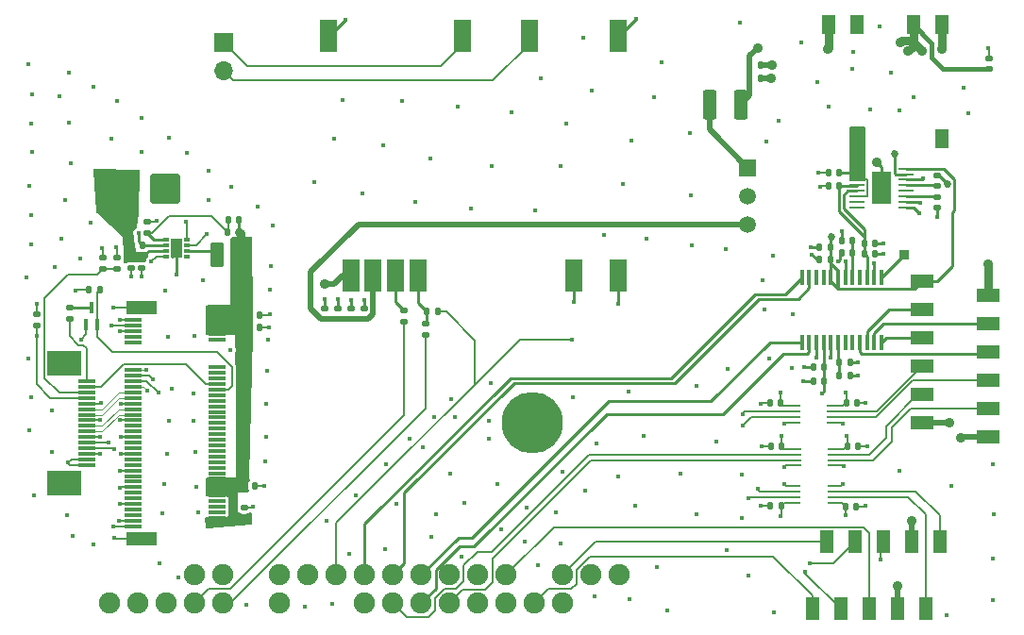
<source format=gbr>
%TF.GenerationSoftware,KiCad,Pcbnew,7.0.10*%
%TF.CreationDate,2024-12-22T17:19:54-08:00*%
%TF.ProjectId,mainbox2.1,6d61696e-626f-4783-922e-312e6b696361,rev?*%
%TF.SameCoordinates,Original*%
%TF.FileFunction,Copper,L1,Top*%
%TF.FilePolarity,Positive*%
%FSLAX46Y46*%
G04 Gerber Fmt 4.6, Leading zero omitted, Abs format (unit mm)*
G04 Created by KiCad (PCBNEW 7.0.10) date 2024-12-22 17:19:54*
%MOMM*%
%LPD*%
G01*
G04 APERTURE LIST*
G04 Aperture macros list*
%AMRoundRect*
0 Rectangle with rounded corners*
0 $1 Rounding radius*
0 $2 $3 $4 $5 $6 $7 $8 $9 X,Y pos of 4 corners*
0 Add a 4 corners polygon primitive as box body*
4,1,4,$2,$3,$4,$5,$6,$7,$8,$9,$2,$3,0*
0 Add four circle primitives for the rounded corners*
1,1,$1+$1,$2,$3*
1,1,$1+$1,$4,$5*
1,1,$1+$1,$6,$7*
1,1,$1+$1,$8,$9*
0 Add four rect primitives between the rounded corners*
20,1,$1+$1,$2,$3,$4,$5,0*
20,1,$1+$1,$4,$5,$6,$7,0*
20,1,$1+$1,$6,$7,$8,$9,0*
20,1,$1+$1,$8,$9,$2,$3,0*%
G04 Aperture macros list end*
%TA.AperFunction,SMDPad,CuDef*%
%ADD10RoundRect,0.140000X0.140000X0.170000X-0.140000X0.170000X-0.140000X-0.170000X0.140000X-0.170000X0*%
%TD*%
%TA.AperFunction,ComponentPad*%
%ADD11C,5.500000*%
%TD*%
%TA.AperFunction,SMDPad,CuDef*%
%ADD12RoundRect,0.140000X-0.140000X-0.170000X0.140000X-0.170000X0.140000X0.170000X-0.140000X0.170000X0*%
%TD*%
%TA.AperFunction,SMDPad,CuDef*%
%ADD13RoundRect,0.135000X-0.135000X-0.185000X0.135000X-0.185000X0.135000X0.185000X-0.135000X0.185000X0*%
%TD*%
%TA.AperFunction,SMDPad,CuDef*%
%ADD14RoundRect,0.135000X0.135000X0.185000X-0.135000X0.185000X-0.135000X-0.185000X0.135000X-0.185000X0*%
%TD*%
%TA.AperFunction,ComponentPad*%
%ADD15R,1.700000X1.700000*%
%TD*%
%TA.AperFunction,ComponentPad*%
%ADD16O,1.700000X1.700000*%
%TD*%
%TA.AperFunction,SMDPad,CuDef*%
%ADD17RoundRect,0.135000X0.185000X-0.135000X0.185000X0.135000X-0.185000X0.135000X-0.185000X-0.135000X0*%
%TD*%
%TA.AperFunction,ComponentPad*%
%ADD18R,1.508000X1.508000*%
%TD*%
%TA.AperFunction,ComponentPad*%
%ADD19C,1.508000*%
%TD*%
%TA.AperFunction,SMDPad,CuDef*%
%ADD20RoundRect,0.140000X-0.170000X0.140000X-0.170000X-0.140000X0.170000X-0.140000X0.170000X0.140000X0*%
%TD*%
%TA.AperFunction,SMDPad,CuDef*%
%ADD21R,0.750000X0.250000*%
%TD*%
%TA.AperFunction,SMDPad,CuDef*%
%ADD22R,2.000000X1.200000*%
%TD*%
%TA.AperFunction,ComponentPad*%
%ADD23R,0.850000X0.850000*%
%TD*%
%TA.AperFunction,SMDPad,CuDef*%
%ADD24RoundRect,0.140000X0.170000X-0.140000X0.170000X0.140000X-0.170000X0.140000X-0.170000X-0.140000X0*%
%TD*%
%TA.AperFunction,SMDPad,CuDef*%
%ADD25R,1.524000X2.844800*%
%TD*%
%TA.AperFunction,SMDPad,CuDef*%
%ADD26RoundRect,0.135000X-0.185000X0.135000X-0.185000X-0.135000X0.185000X-0.135000X0.185000X0.135000X0*%
%TD*%
%TA.AperFunction,SMDPad,CuDef*%
%ADD27RoundRect,0.250000X-0.375000X-0.850000X0.375000X-0.850000X0.375000X0.850000X-0.375000X0.850000X0*%
%TD*%
%TA.AperFunction,SMDPad,CuDef*%
%ADD28R,1.600000X0.300000*%
%TD*%
%TA.AperFunction,SMDPad,CuDef*%
%ADD29R,3.120000X2.240000*%
%TD*%
%TA.AperFunction,SMDPad,CuDef*%
%ADD30R,0.400000X1.000000*%
%TD*%
%TA.AperFunction,ComponentPad*%
%ADD31RoundRect,0.250001X1.099999X1.099999X-1.099999X1.099999X-1.099999X-1.099999X1.099999X-1.099999X0*%
%TD*%
%TA.AperFunction,ComponentPad*%
%ADD32C,2.700000*%
%TD*%
%TA.AperFunction,SMDPad,CuDef*%
%ADD33R,1.200000X1.800000*%
%TD*%
%TA.AperFunction,SMDPad,CuDef*%
%ADD34R,1.200000X2.000000*%
%TD*%
%TA.AperFunction,SMDPad,CuDef*%
%ADD35R,0.500000X0.350000*%
%TD*%
%TA.AperFunction,SMDPad,CuDef*%
%ADD36R,1.000000X1.800000*%
%TD*%
%TA.AperFunction,SMDPad,CuDef*%
%ADD37R,1.397000X0.279400*%
%TD*%
%TA.AperFunction,SMDPad,CuDef*%
%ADD38R,1.651000X2.844800*%
%TD*%
%TA.AperFunction,SMDPad,CuDef*%
%ADD39RoundRect,0.250000X0.375000X1.075000X-0.375000X1.075000X-0.375000X-1.075000X0.375000X-1.075000X0*%
%TD*%
%TA.AperFunction,SMDPad,CuDef*%
%ADD40R,1.550000X0.300000*%
%TD*%
%TA.AperFunction,SMDPad,CuDef*%
%ADD41R,2.750000X1.200000*%
%TD*%
%TA.AperFunction,SMDPad,CuDef*%
%ADD42R,0.450000X1.475000*%
%TD*%
%TA.AperFunction,ComponentPad*%
%ADD43C,1.900000*%
%TD*%
%TA.AperFunction,ViaPad*%
%ADD44C,0.450000*%
%TD*%
%TA.AperFunction,ViaPad*%
%ADD45C,0.889000*%
%TD*%
%TA.AperFunction,ViaPad*%
%ADD46C,0.685800*%
%TD*%
%TA.AperFunction,Conductor*%
%ADD47C,0.200000*%
%TD*%
%TA.AperFunction,Conductor*%
%ADD48C,0.250000*%
%TD*%
%TA.AperFunction,Conductor*%
%ADD49C,0.254000*%
%TD*%
%TA.AperFunction,Conductor*%
%ADD50C,0.125000*%
%TD*%
%TA.AperFunction,Conductor*%
%ADD51C,0.508000*%
%TD*%
%TA.AperFunction,Conductor*%
%ADD52C,0.762000*%
%TD*%
%TA.AperFunction,Conductor*%
%ADD53C,0.400000*%
%TD*%
%TA.AperFunction,Conductor*%
%ADD54C,0.127000*%
%TD*%
%TA.AperFunction,Conductor*%
%ADD55C,0.152400*%
%TD*%
G04 APERTURE END LIST*
D10*
%TO.P,C23,1*%
%TO.N,9V*%
X135456000Y-76720000D03*
%TO.P,C23,2*%
%TO.N,GNDA*%
X134496000Y-76720000D03*
%TD*%
D11*
%TO.P,U$1,MOUNTING-HOLE*%
%TO.N,N/C*%
X107962500Y-99170000D03*
%TD*%
D12*
%TO.P,C26,1*%
%TO.N,5.2V*%
X127450000Y-68250000D03*
%TO.P,C26,2*%
%TO.N,GNDA*%
X128410000Y-68250000D03*
%TD*%
D13*
%TO.P,R7,1*%
%TO.N,DINXBee*%
X98463000Y-89218700D03*
%TO.P,R7,2*%
%TO.N,3V3*%
X99483000Y-89218700D03*
%TD*%
D14*
%TO.P,R1,2*%
%TO.N,Net-(IC6-FB)*%
X80627800Y-82064000D03*
%TO.P,R1,1*%
%TO.N,VCC3V3*%
X81647800Y-82064000D03*
%TD*%
D15*
%TO.P,J7,1,Pin_1*%
%TO.N,Net-(IC2-DIO6{slash}~{RTS})*%
X80264000Y-65074800D03*
D16*
%TO.P,J7,2,Pin_2*%
%TO.N,Net-(IC2-DIO9{slash}ON{slash}~{SLEEP})*%
X80264000Y-67614800D03*
%TD*%
D17*
%TO.P,R8,1*%
%TO.N,PCIE_DET_WAKE*%
X69392800Y-85396800D03*
%TO.P,R8,2*%
%TO.N,GNDA*%
X69392800Y-84376800D03*
%TD*%
D10*
%TO.P,C6,1*%
%TO.N,3V3*%
X134140000Y-95450000D03*
%TO.P,C6,2*%
%TO.N,GNDA*%
X133180000Y-95450000D03*
%TD*%
D18*
%TO.P,PS1,1,+VIN*%
%TO.N,Net-(PS1-+VIN)*%
X127240000Y-76280000D03*
D19*
%TO.P,PS1,2,GND*%
%TO.N,GNDA*%
X127240000Y-78820000D03*
%TO.P,PS1,3,+VOUT*%
%TO.N,3V3_XBEE*%
X127240000Y-81360000D03*
%TD*%
D10*
%TO.P,C46,1*%
%TO.N,GNDA*%
X137150000Y-101260000D03*
%TO.P,C46,2*%
%TO.N,5.2V*%
X136190000Y-101260000D03*
%TD*%
D20*
%TO.P,C28,1*%
%TO.N,GNDA*%
X89290000Y-88920000D03*
%TO.P,C28,2*%
%TO.N,3V3_XBEE*%
X89290000Y-89880000D03*
%TD*%
D21*
%TO.P,IC7,1,VCCA*%
%TO.N,3V3*%
X131630000Y-97690000D03*
%TO.P,IC7,2,A1*%
%TO.N,DIGITAL_OUTPUT_4*%
X131630000Y-98190000D03*
%TO.P,IC7,3,A2*%
%TO.N,DIGITAL_OUTPUT_3*%
X131630000Y-98690000D03*
%TO.P,IC7,4,GND*%
%TO.N,GNDA*%
X131630000Y-99190000D03*
%TO.P,IC7,5,DIR*%
X134730000Y-99190000D03*
%TO.P,IC7,6,B2*%
%TO.N,DIGITAL_INPUT_3*%
X134730000Y-98690000D03*
%TO.P,IC7,7,B1*%
%TO.N,DIGITAL_INPUT_4*%
X134730000Y-98190000D03*
%TO.P,IC7,8,VCCB*%
%TO.N,5.2V*%
X134730000Y-97690000D03*
%TD*%
D17*
%TO.P,R10,1*%
%TO.N,Net-(J3-Pin_1)*%
X66441200Y-89886000D03*
%TO.P,R10,2*%
%TO.N,PCIE_RST_B*%
X66441200Y-88866000D03*
%TD*%
D10*
%TO.P,C4,1*%
%TO.N,GNDA*%
X136460000Y-94940000D03*
%TO.P,C4,2*%
%TO.N,Net-(U1-REGCAPD)*%
X135500000Y-94940000D03*
%TD*%
D22*
%TO.P,J8,1,Pin_1*%
%TO.N,5VADC{slash}SENSOR*%
X142876000Y-86510000D03*
%TO.P,J8,2,Pin_2*%
%TO.N,GNDA*%
X148876000Y-87780000D03*
%TO.P,J8,3,Pin_3*%
%TO.N,AIN1*%
X142876000Y-89050000D03*
%TO.P,J8,4,Pin_4*%
%TO.N,AIN2*%
X148876000Y-90320000D03*
%TO.P,J8,5,Pin_5*%
%TO.N,AIN3*%
X142876000Y-91590000D03*
%TO.P,J8,6,Pin_6*%
%TO.N,AIN0*%
X148876000Y-92860000D03*
%TO.P,J8,7,Pin_7*%
%TO.N,DIGITAL_INPUT_4*%
X142876000Y-94130000D03*
%TO.P,J8,8,Pin_8*%
%TO.N,DIGITAL_INPUT_3*%
X148876000Y-95400000D03*
%TO.P,J8,9,Pin_9*%
%TO.N,DIGITAL_INPUT_2*%
X142876000Y-96670000D03*
%TO.P,J8,10,Pin_10*%
%TO.N,DIGITAL_INPUT_1*%
X148876000Y-97940000D03*
%TO.P,J8,11,Pin_11*%
%TO.N,5.2V*%
X142876000Y-99210000D03*
%TO.P,J8,12,Pin_12*%
%TO.N,GNDA*%
X148876000Y-100480000D03*
%TD*%
D12*
%TO.P,C41,1*%
%TO.N,VCC3V3*%
X82480000Y-89500000D03*
%TO.P,C41,2*%
%TO.N,GNDA*%
X83440000Y-89500000D03*
%TD*%
D10*
%TO.P,C1,1*%
%TO.N,Net-(U1-REGCAPA)*%
X136670000Y-83900000D03*
%TO.P,C1,2*%
%TO.N,GNDA*%
X135710000Y-83900000D03*
%TD*%
D17*
%TO.P,R15,1*%
%TO.N,PCIE_PWR_EN*%
X63510000Y-90470000D03*
%TO.P,R15,2*%
%TO.N,GNDA*%
X63510000Y-89450000D03*
%TD*%
D23*
%TO.P,J4,1,Pin_1*%
%TO.N,AIN4*%
X141276000Y-84120000D03*
%TD*%
D20*
%TO.P,C27,1*%
%TO.N,GNDA*%
X90490000Y-88920000D03*
%TO.P,C27,2*%
%TO.N,3V3_XBEE*%
X90490000Y-89880000D03*
%TD*%
D12*
%TO.P,C14,1*%
%TO.N,GNDA*%
X129310000Y-106650000D03*
%TO.P,C14,2*%
%TO.N,3V3*%
X130270000Y-106650000D03*
%TD*%
D24*
%TO.P,C43,1*%
%TO.N,VCC3V3*%
X82090000Y-107780000D03*
%TO.P,C43,2*%
%TO.N,GNDA*%
X82090000Y-106820000D03*
%TD*%
D10*
%TO.P,C15,1*%
%TO.N,GNDA*%
X137030000Y-106680000D03*
%TO.P,C15,2*%
%TO.N,5.2V*%
X136070000Y-106680000D03*
%TD*%
D25*
%TO.P,IC2,1,GND_1*%
%TO.N,GNDA*%
X91668600Y-85953600D03*
%TO.P,IC2,2,VCC*%
%TO.N,3V3_XBEE*%
X93668600Y-85953600D03*
%TO.P,IC2,3,DIO13/DOUT*%
%TO.N,DOUTXBee*%
X95668600Y-85953600D03*
%TO.P,IC2,4,DIN/DIO14/~{CONFIG}*%
%TO.N,DINXBee*%
X97668600Y-85953600D03*
%TO.P,IC2,11,GND_2*%
%TO.N,GNDA*%
X111668600Y-85953600D03*
%TO.P,IC2,13,GND_3*%
X115668600Y-85953600D03*
%TO.P,IC2,22,GND_4*%
X115668600Y-64465200D03*
%TO.P,IC2,26,DIO9/ON/~{SLEEP}*%
%TO.N,Net-(IC2-DIO9{slash}ON{slash}~{SLEEP})*%
X107668600Y-64465200D03*
%TO.P,IC2,29,DIO6/~{RTS}*%
%TO.N,Net-(IC2-DIO6{slash}~{RTS})*%
X101668600Y-64465200D03*
%TO.P,IC2,35,GND_5*%
%TO.N,GNDA*%
X89668600Y-64465200D03*
%TD*%
D21*
%TO.P,IC1,1,VCCA*%
%TO.N,5.2V*%
X134747500Y-106350000D03*
%TO.P,IC1,2,A1*%
%TO.N,IN1(5V)*%
X134747500Y-105850000D03*
%TO.P,IC1,3,A2*%
%TO.N,IN2(5V)*%
X134747500Y-105350000D03*
%TO.P,IC1,4,GND*%
%TO.N,GNDA*%
X134747500Y-104850000D03*
%TO.P,IC1,5,DIR*%
X131647500Y-104850000D03*
%TO.P,IC1,6,B2*%
%TO.N,IN2(3.3V)*%
X131647500Y-105350000D03*
%TO.P,IC1,7,B1*%
%TO.N,IN1(3.3V)*%
X131647500Y-105850000D03*
%TO.P,IC1,8,VCCB*%
%TO.N,3V3*%
X131647500Y-106350000D03*
%TD*%
D10*
%TO.P,C39,2*%
%TO.N,Net-(IC6-FB)*%
X80655800Y-81000800D03*
%TO.P,C39,1*%
%TO.N,VCC3V3*%
X81615800Y-81000800D03*
%TD*%
%TO.P,C2,1*%
%TO.N,Net-(U1-REGCAPA)*%
X136670000Y-82800000D03*
%TO.P,C2,2*%
%TO.N,GNDA*%
X135710000Y-82800000D03*
%TD*%
D12*
%TO.P,C24,1*%
%TO.N,GNDA*%
X134496000Y-77920000D03*
%TO.P,C24,2*%
%TO.N,5VRef*%
X135456000Y-77920000D03*
%TD*%
D24*
%TO.P,C20,1*%
%TO.N,GNDA*%
X144276000Y-79900000D03*
%TO.P,C20,2*%
%TO.N,Net-(U4-BYPASS)*%
X144276000Y-78940000D03*
%TD*%
D12*
%TO.P,C42,1*%
%TO.N,VCC3V3*%
X82060000Y-104870000D03*
%TO.P,C42,2*%
%TO.N,GNDA*%
X83020000Y-104870000D03*
%TD*%
D17*
%TO.P,R5,1*%
%TO.N,Net-(J10-Pin_8)*%
X96473000Y-90128700D03*
%TO.P,R5,2*%
%TO.N,DOUTXBee*%
X96473000Y-89108700D03*
%TD*%
D26*
%TO.P,R4,2*%
%TO.N,PCIE_DET_WAKE*%
X70713600Y-85346000D03*
%TO.P,R4,1*%
%TO.N,5V PCIE*%
X70713600Y-84326000D03*
%TD*%
D12*
%TO.P,C16,1*%
%TO.N,GNDA*%
X129277500Y-97420000D03*
%TO.P,C16,2*%
%TO.N,3V3*%
X130237500Y-97420000D03*
%TD*%
D10*
%TO.P,C5,1*%
%TO.N,3V3*%
X134130000Y-94210000D03*
%TO.P,C5,2*%
%TO.N,GNDA*%
X133170000Y-94210000D03*
%TD*%
D20*
%TO.P,C36,1*%
%TO.N,5.2V*%
X71932800Y-84364000D03*
%TO.P,C36,2*%
%TO.N,GNDA*%
X71932800Y-85324000D03*
%TD*%
%TO.P,C37,1*%
%TO.N,5.2V*%
X72932800Y-84364000D03*
%TO.P,C37,2*%
%TO.N,GNDA*%
X72932800Y-85324000D03*
%TD*%
D10*
%TO.P,C45,1*%
%TO.N,GNDA*%
X137067500Y-97390000D03*
%TO.P,C45,2*%
%TO.N,5.2V*%
X136107500Y-97390000D03*
%TD*%
D27*
%TO.P,L2,2,2*%
%TO.N,VCC3V3*%
X81786200Y-84124000D03*
%TO.P,L2,1,1*%
%TO.N,Net-(IC6-LX)*%
X79636200Y-84124000D03*
%TD*%
D28*
%TO.P,J3,1,Pin_1*%
%TO.N,Net-(J3-Pin_1)*%
X67959200Y-95462400D03*
%TO.P,J3,2,Pin_2*%
%TO.N,PCIE_CLKREQ_N*%
X67959200Y-95962400D03*
%TO.P,J3,3,Pin_3*%
%TO.N,PCIE_DET_WAKE*%
X67959200Y-96462400D03*
%TO.P,J3,4,Pin_4*%
%TO.N,PCIE_PWR_EN*%
X67959200Y-96962400D03*
%TO.P,J3,5,Pin_5*%
%TO.N,GNDA*%
X67959200Y-97462400D03*
%TO.P,J3,6,Pin_6*%
%TO.N,PCIE0 TX+*%
X67959200Y-97962400D03*
%TO.P,J3,7,Pin_7*%
%TO.N,PCIE0 TX-*%
X67959200Y-98462400D03*
%TO.P,J3,8,Pin_8*%
%TO.N,GNDA*%
X67959200Y-98962400D03*
%TO.P,J3,9,Pin_9*%
%TO.N,PCIE0 RX+*%
X67959200Y-99462400D03*
%TO.P,J3,10,Pin_10*%
%TO.N,PCIE0 RX-*%
X67959200Y-99962400D03*
%TO.P,J3,11,Pin_11*%
%TO.N,GNDA*%
X67959200Y-100462400D03*
%TO.P,J3,12,Pin_12*%
%TO.N,PCIE CLK+*%
X67959200Y-100962400D03*
%TO.P,J3,13,Pin_13*%
%TO.N,PCIE CLK-*%
X67959200Y-101462400D03*
%TO.P,J3,14,Pin_14*%
%TO.N,GNDA*%
X67959200Y-101962400D03*
%TO.P,J3,15,Pin_15*%
%TO.N,5V PCIE*%
X67959200Y-102462400D03*
%TO.P,J3,16,Pin_16*%
X67959200Y-102962400D03*
D29*
%TO.P,J3,MP1*%
%TO.N,N/C*%
X65979200Y-93815400D03*
%TO.P,J3,MP2*%
X65979200Y-104609400D03*
%TD*%
D30*
%TO.P,Q1,1,G*%
%TO.N,3V3_PG*%
X67900000Y-90350000D03*
%TO.P,Q1,2,S*%
%TO.N,PCIE_RST_B_SW*%
X68900000Y-90350000D03*
%TO.P,Q1,3,D*%
%TO.N,PCIE_RST_B*%
X68400000Y-88850000D03*
%TD*%
D31*
%TO.P,J6,1,Pin_1*%
%TO.N,GNDA*%
X75050000Y-78150000D03*
D32*
%TO.P,J6,2,Pin_2*%
%TO.N,5.2V*%
X71090000Y-78150000D03*
%TD*%
D20*
%TO.P,C21,1*%
%TO.N,GNDA*%
X144276000Y-76990000D03*
%TO.P,C21,2*%
%TO.N,Net-(U4-NR)*%
X144276000Y-77950000D03*
%TD*%
D26*
%TO.P,R6,1*%
%TO.N,DINXBee*%
X98373000Y-90308700D03*
%TO.P,R6,2*%
%TO.N,Net-(J10-Pin_10)*%
X98373000Y-91328700D03*
%TD*%
D20*
%TO.P,C29,1*%
%TO.N,GNDA*%
X91690000Y-88920000D03*
%TO.P,C29,2*%
%TO.N,3V3_XBEE*%
X91690000Y-89880000D03*
%TD*%
D10*
%TO.P,C9,1*%
%TO.N,GNDA*%
X138675000Y-83055000D03*
%TO.P,C9,2*%
%TO.N,5VRef*%
X137715000Y-83055000D03*
%TD*%
D12*
%TO.P,C44,1*%
%TO.N,GNDA*%
X129330000Y-101260000D03*
%TO.P,C44,2*%
%TO.N,3V3*%
X130290000Y-101260000D03*
%TD*%
D10*
%TO.P,C3,1*%
%TO.N,GNDA*%
X136450000Y-93750000D03*
%TO.P,C3,2*%
%TO.N,Net-(U1-REGCAPD)*%
X135490000Y-93750000D03*
%TD*%
D12*
%TO.P,C40,1*%
%TO.N,VCC3V3*%
X82500000Y-90610000D03*
%TO.P,C40,2*%
%TO.N,GNDA*%
X83460000Y-90610000D03*
%TD*%
D33*
%TO.P,PS2,1,-VIN*%
%TO.N,GNDA*%
X144656000Y-63470000D03*
%TO.P,PS2,2,+VIN*%
%TO.N,5.2V*%
X142116000Y-63470000D03*
%TO.P,PS2,4,COM*%
%TO.N,unconnected-(PS2-COM-Pad4)*%
X137036000Y-63470000D03*
%TO.P,PS2,5,-VOUT*%
%TO.N,GNDA*%
X134496000Y-63470000D03*
%TO.P,PS2,7,+VOUT*%
%TO.N,9V*%
X137036000Y-73670000D03*
%TO.P,PS2,10,NC*%
%TO.N,unconnected-(PS2-NC-Pad10)*%
X144656000Y-73670000D03*
%TD*%
D34*
%TO.P,J1,1,Pin_1*%
%TO.N,NAVOUT*%
X133066000Y-115870000D03*
%TO.P,J1,2,Pin_2*%
%TO.N,NAVIN*%
X134336000Y-109870000D03*
%TO.P,J1,3,Pin_3*%
%TO.N,POWER_BOARD_PORT_RXD*%
X135606000Y-115870000D03*
%TO.P,J1,4,Pin_4*%
%TO.N,POWER_BOARD_PORT_TXD*%
X136876000Y-109870000D03*
%TO.P,J1,5,Pin_5*%
%TO.N,STEERING_WHEEL_PORT_RXD*%
X138146000Y-115870000D03*
%TO.P,J1,6,Pin_6*%
%TO.N,STEERING_WHEEL_PORT_TXD*%
X139416000Y-109870000D03*
%TO.P,J1,7,Pin_7*%
%TO.N,5.2V*%
X140686000Y-115870000D03*
%TO.P,J1,8,Pin_8*%
%TO.N,GNDA*%
X141956000Y-109870000D03*
%TO.P,J1,9,Pin_9*%
%TO.N,IN1(5V)*%
X143226000Y-115870000D03*
%TO.P,J1,10,Pin_10*%
%TO.N,IN2(5V)*%
X144496000Y-109870000D03*
%TD*%
D35*
%TO.P,IC6,1,FB*%
%TO.N,Net-(IC6-FB)*%
X75137800Y-82744000D03*
%TO.P,IC6,2,PG*%
%TO.N,3V3_PG*%
X75137800Y-83244000D03*
%TO.P,IC6,3,VIN*%
%TO.N,5.2V*%
X75137800Y-83744000D03*
%TO.P,IC6,4,PGND*%
%TO.N,GNDA*%
X75137800Y-84244000D03*
%TO.P,IC6,5,NC*%
%TO.N,unconnected-(IC6-NC-Pad5)*%
X76937800Y-84244000D03*
%TO.P,IC6,6,LX*%
%TO.N,Net-(IC6-LX)*%
X76937800Y-83744000D03*
%TO.P,IC6,7,EN*%
%TO.N,PCIE_PWR_EN*%
X76937800Y-83244000D03*
%TO.P,IC6,8,SGND*%
%TO.N,GNDA*%
X76937800Y-82744000D03*
D36*
%TO.P,IC6,9,EP*%
X76037800Y-83494000D03*
%TD*%
D13*
%TO.P,R17,1*%
%TO.N,5.2V*%
X71922800Y-83239000D03*
%TO.P,R17,2*%
%TO.N,3V3_PG*%
X72942800Y-83239000D03*
%TD*%
D20*
%TO.P,C11,1*%
%TO.N,GNDA*%
X148900000Y-66490000D03*
%TO.P,C11,2*%
%TO.N,5.2V*%
X148900000Y-67450000D03*
%TD*%
D37*
%TO.P,U4,1,GND*%
%TO.N,GNDA*%
X141476000Y-79870001D03*
%TO.P,U4,2,GND*%
X141476000Y-79369999D03*
%TO.P,U4,3,BYPASS*%
%TO.N,Net-(U4-BYPASS)*%
X141476000Y-78870000D03*
%TO.P,U4,4,DNC*%
%TO.N,unconnected-(U4-DNC-Pad4)*%
X141476000Y-78369999D03*
%TO.P,U4,5,NR*%
%TO.N,Net-(U4-NR)*%
X141476000Y-77869999D03*
%TO.P,U4,6,GND*%
%TO.N,GNDA*%
X141476000Y-77370001D03*
%TO.P,U4,7,VOUT2_S*%
%TO.N,5VADC{slash}SENSOR*%
X141476000Y-76869999D03*
%TO.P,U4,8,VOUT2_F*%
X141476000Y-76370000D03*
%TO.P,U4,9,\u002AOD*%
%TO.N,9V*%
X137107200Y-76369997D03*
%TO.P,U4,10,VIN2*%
X137107200Y-76869999D03*
%TO.P,U4,11,VIN1*%
X137107200Y-77369998D03*
%TO.P,U4,12,VOUT1_F*%
%TO.N,5VRef*%
X137107200Y-77869999D03*
%TO.P,U4,13,VOUT1_S*%
X137107200Y-78369999D03*
%TO.P,U4,14,VIN*%
%TO.N,9V*%
X137107200Y-78869997D03*
%TO.P,U4,15,NC*%
%TO.N,unconnected-(U4-NC-Pad15)*%
X137107200Y-79369999D03*
%TO.P,U4,16,DNC*%
%TO.N,unconnected-(U4-DNC-Pad16)*%
X137107200Y-79869998D03*
D38*
%TO.P,U4,EPAD,EPAD*%
%TO.N,GNDA*%
X139291600Y-78119999D03*
%TD*%
D21*
%TO.P,IC8,1,VCCA*%
%TO.N,3V3*%
X131700000Y-101530000D03*
%TO.P,IC8,2,A1*%
%TO.N,DIGITAL_OUTPUT_2*%
X131700000Y-102030000D03*
%TO.P,IC8,3,A2*%
%TO.N,DIGITAL_OUTPUT_1*%
X131700000Y-102530000D03*
%TO.P,IC8,4,GND*%
%TO.N,GNDA*%
X131700000Y-103030000D03*
%TO.P,IC8,5,DIR*%
X134800000Y-103030000D03*
%TO.P,IC8,6,B2*%
%TO.N,DIGITAL_INPUT_1*%
X134800000Y-102530000D03*
%TO.P,IC8,7,B1*%
%TO.N,DIGITAL_INPUT_2*%
X134800000Y-102030000D03*
%TO.P,IC8,8,VCCB*%
%TO.N,5.2V*%
X134800000Y-101530000D03*
%TD*%
D39*
%TO.P,L1,1,1*%
%TO.N,5.2V*%
X126640000Y-70610000D03*
%TO.P,L1,2,2*%
%TO.N,Net-(PS1-+VIN)*%
X123840000Y-70610000D03*
%TD*%
D12*
%TO.P,C7,1*%
%TO.N,GNDA*%
X133721000Y-84558000D03*
%TO.P,C7,2*%
%TO.N,5VADC{slash}SENSOR*%
X134681000Y-84558000D03*
%TD*%
%TO.P,C25,1*%
%TO.N,5.2V*%
X127440000Y-67050000D03*
%TO.P,C25,2*%
%TO.N,GNDA*%
X128400000Y-67050000D03*
%TD*%
D10*
%TO.P,C10,1*%
%TO.N,GNDA*%
X138675000Y-84055000D03*
%TO.P,C10,2*%
%TO.N,5VRef*%
X137715000Y-84055000D03*
%TD*%
D13*
%TO.P,R2,1*%
%TO.N,GNDA*%
X68120000Y-87220000D03*
%TO.P,R2,2*%
%TO.N,PCIE_RST_B_SW*%
X69140000Y-87220000D03*
%TD*%
D40*
%TO.P,J5,1,1*%
%TO.N,GNDA*%
X72144200Y-108462400D03*
%TO.P,J5,2,2*%
%TO.N,VCC3V3*%
X79694200Y-108212400D03*
%TO.P,J5,3,3*%
%TO.N,GNDA*%
X72144200Y-107962400D03*
%TO.P,J5,4,4*%
%TO.N,VCC3V3*%
X79694200Y-107712400D03*
%TO.P,J5,5,5*%
%TO.N,unconnected-(J5-Pad5)*%
X72144200Y-107462400D03*
%TO.P,J5,6,6*%
%TO.N,unconnected-(J5-Pad6)*%
X79694200Y-107212400D03*
%TO.P,J5,7,7*%
%TO.N,unconnected-(J5-Pad7)*%
X72144200Y-106962400D03*
%TO.P,J5,8,8*%
%TO.N,unconnected-(J5-Pad8)*%
X79694200Y-106712400D03*
%TO.P,J5,9,9*%
%TO.N,GNDA*%
X72144200Y-106462400D03*
%TO.P,J5,10,10*%
%TO.N,unconnected-(J5-Pad10)*%
X79694200Y-106212400D03*
%TO.P,J5,11,11*%
%TO.N,unconnected-(J5-Pad11)*%
X72144200Y-105962400D03*
%TO.P,J5,12,12*%
%TO.N,VCC3V3*%
X79694200Y-105712400D03*
%TO.P,J5,13,13*%
%TO.N,unconnected-(J5-Pad13)*%
X72144200Y-105462400D03*
%TO.P,J5,14,14*%
%TO.N,VCC3V3*%
X79694200Y-105212400D03*
%TO.P,J5,15,15*%
%TO.N,GNDA*%
X72144200Y-104962400D03*
%TO.P,J5,16,16*%
%TO.N,VCC3V3*%
X79694200Y-104712400D03*
%TO.P,J5,17,17*%
%TO.N,unconnected-(J5-Pad17)*%
X72144200Y-104462400D03*
%TO.P,J5,18,18*%
%TO.N,VCC3V3*%
X79694200Y-104212400D03*
%TO.P,J5,19,19*%
%TO.N,unconnected-(J5-Pad19)*%
X72144200Y-103962400D03*
%TO.P,J5,20,20*%
%TO.N,unconnected-(J5-Pad20)*%
X79694200Y-103712400D03*
%TO.P,J5,21,21*%
%TO.N,GNDA*%
X72144200Y-103462400D03*
%TO.P,J5,22,22*%
%TO.N,unconnected-(J5-Pad22)*%
X79694200Y-103212400D03*
%TO.P,J5,23,23*%
%TO.N,unconnected-(J5-Pad23)*%
X72144200Y-102962400D03*
%TO.P,J5,24,24*%
%TO.N,unconnected-(J5-Pad24)*%
X79694200Y-102712400D03*
%TO.P,J5,25,25*%
%TO.N,unconnected-(J5-Pad25)*%
X72144200Y-102462400D03*
%TO.P,J5,26,26*%
%TO.N,unconnected-(J5-Pad26)*%
X79694200Y-102212400D03*
%TO.P,J5,27,27*%
%TO.N,GNDA*%
X72144200Y-101962400D03*
%TO.P,J5,28,28*%
%TO.N,unconnected-(J5-Pad28)*%
X79694200Y-101712400D03*
%TO.P,J5,29,29*%
%TO.N,unconnected-(J5-Pad29)*%
X72144200Y-101462400D03*
%TO.P,J5,30,30*%
%TO.N,unconnected-(J5-Pad30)*%
X79694200Y-101212400D03*
%TO.P,J5,31,31*%
%TO.N,unconnected-(J5-Pad31)*%
X72144200Y-100962400D03*
%TO.P,J5,32,32*%
%TO.N,unconnected-(J5-Pad32)*%
X79694200Y-100712400D03*
%TO.P,J5,33,33*%
%TO.N,GNDA*%
X72144200Y-100462400D03*
%TO.P,J5,34,34*%
%TO.N,unconnected-(J5-Pad34)*%
X79694200Y-100212400D03*
%TO.P,J5,35,35*%
%TO.N,unconnected-(J5-Pad35)*%
X72144200Y-99962400D03*
%TO.P,J5,36,36*%
%TO.N,unconnected-(J5-Pad36)*%
X79694200Y-99712400D03*
%TO.P,J5,37,37*%
%TO.N,unconnected-(J5-Pad37)*%
X72144200Y-99462400D03*
%TO.P,J5,38,38*%
%TO.N,unconnected-(J5-Pad38)*%
X79694200Y-99212400D03*
%TO.P,J5,39,39*%
%TO.N,GNDA*%
X72144200Y-98962400D03*
%TO.P,J5,40,40*%
%TO.N,unconnected-(J5-Pad40)*%
X79694200Y-98712400D03*
%TO.P,J5,41,41*%
%TO.N,PCIE0 RX-*%
X72144200Y-98462400D03*
%TO.P,J5,42,42*%
%TO.N,unconnected-(J5-Pad42)*%
X79694200Y-98212400D03*
%TO.P,J5,43,43*%
%TO.N,PCIE0 RX+*%
X72144200Y-97962400D03*
%TO.P,J5,44,44*%
%TO.N,unconnected-(J5-Pad44)*%
X79694200Y-97712400D03*
%TO.P,J5,45,45*%
%TO.N,GNDA*%
X72144200Y-97462400D03*
%TO.P,J5,46,46*%
%TO.N,unconnected-(J5-Pad46)*%
X79694200Y-97212400D03*
%TO.P,J5,47,47*%
%TO.N,PCIE0 TX-*%
X72144200Y-96962400D03*
%TO.P,J5,48,48*%
%TO.N,unconnected-(J5-Pad48)*%
X79694200Y-96712400D03*
%TO.P,J5,49,49*%
%TO.N,PCIE0 TX+*%
X72144200Y-96462400D03*
%TO.P,J5,50,50*%
%TO.N,PCIE_RST_B_SW*%
X79694200Y-96212400D03*
%TO.P,J5,51,51*%
%TO.N,GNDA*%
X72144200Y-95962400D03*
%TO.P,J5,52,52*%
%TO.N,PCIE_CLKREQ_N*%
X79694200Y-95712400D03*
%TO.P,J5,53,53*%
%TO.N,PCIE CLK-*%
X72144200Y-95462400D03*
%TO.P,J5,54,54*%
%TO.N,unconnected-(J5-Pad54)*%
X79694200Y-95212400D03*
%TO.P,J5,55,55*%
%TO.N,PCIE CLK+*%
X72144200Y-94962400D03*
%TO.P,J5,56,56*%
%TO.N,unconnected-(J5-Pad56)*%
X79694200Y-94712400D03*
%TO.P,J5,57,57*%
%TO.N,GNDA*%
X72144200Y-94462400D03*
%TO.P,J5,58,58*%
%TO.N,unconnected-(J5-Pad58)*%
X79694200Y-94212400D03*
%TO.P,J5,67,67*%
%TO.N,unconnected-(J5-Pad67)*%
X72144200Y-91962400D03*
%TO.P,J5,68,68*%
%TO.N,unconnected-(J5-Pad68)*%
X79694200Y-91712400D03*
%TO.P,J5,69,69*%
%TO.N,unconnected-(J5-Pad69)*%
X72144200Y-91462400D03*
%TO.P,J5,70,70*%
%TO.N,VCC3V3*%
X79694200Y-91212400D03*
%TO.P,J5,71,71*%
%TO.N,GNDA*%
X72144200Y-90962400D03*
%TO.P,J5,72,72*%
%TO.N,VCC3V3*%
X79694200Y-90712400D03*
%TO.P,J5,73,73*%
%TO.N,GNDA*%
X72144200Y-90462400D03*
%TO.P,J5,74,74*%
%TO.N,VCC3V3*%
X79694200Y-90212400D03*
%TO.P,J5,75,75*%
%TO.N,GNDA*%
X72144200Y-89962400D03*
D41*
%TO.P,J5,MP1,MP1*%
X72919200Y-109562400D03*
%TO.P,J5,MP2,MP2*%
X72919200Y-88862400D03*
%TD*%
D20*
%TO.P,C30,1*%
%TO.N,GNDA*%
X92890000Y-88920000D03*
%TO.P,C30,2*%
%TO.N,3V3_XBEE*%
X92890000Y-89880000D03*
%TD*%
D26*
%TO.P,R12,1*%
%TO.N,GNDA*%
X73406000Y-81125600D03*
%TO.P,R12,2*%
%TO.N,Net-(IC6-FB)*%
X73406000Y-82145600D03*
%TD*%
D42*
%TO.P,U1,1,AIN4*%
%TO.N,AIN4*%
X139276000Y-86120000D03*
%TO.P,U1,2,REF-*%
%TO.N,GNDA*%
X138626000Y-86120000D03*
%TO.P,U1,3,REF+*%
%TO.N,5VRef*%
X137976000Y-86120000D03*
%TO.P,U1,4,REFOUT*%
%TO.N,unconnected-(U1-REFOUT-Pad4)*%
X137326000Y-86120000D03*
%TO.P,U1,5,REGCAPA*%
%TO.N,Net-(U1-REGCAPA)*%
X136676000Y-86120000D03*
%TO.P,U1,6,AVSS*%
%TO.N,GNDA*%
X136026000Y-86120000D03*
%TO.P,U1,7,AVDD1*%
%TO.N,5VADC{slash}SENSOR*%
X135376000Y-86120000D03*
%TO.P,U1,8,AVDD2*%
X134726000Y-86120000D03*
%TO.P,U1,9,XTAL1*%
%TO.N,unconnected-(U1-XTAL1-Pad9)*%
X134076000Y-86120000D03*
%TO.P,U1,10,XTAL2/CLKIO*%
%TO.N,unconnected-(U1-XTAL2{slash}CLKIO-Pad10)*%
X133426000Y-86120000D03*
%TO.P,U1,11,DOUT/\u002ARDY*%
%TO.N,ADC_SPI_DOUT*%
X132776000Y-86120000D03*
%TO.P,U1,12,DIN*%
%TO.N,ADC_SPI_DIN*%
X132126000Y-86120000D03*
%TO.P,U1,13,SCLK*%
%TO.N,SCLK*%
X132126000Y-91996000D03*
%TO.P,U1,14,\u002ACS*%
%TO.N,RPi_SPI_CS*%
X132776000Y-91996000D03*
%TO.P,U1,15,\u002ASYNC/\u002AERROR*%
%TO.N,GNDA*%
X133426000Y-91996000D03*
%TO.P,U1,16,IOVDD*%
%TO.N,3V3*%
X134076000Y-91996000D03*
%TO.P,U1,17,DGND*%
%TO.N,GNDA*%
X134726000Y-91996000D03*
%TO.P,U1,18,REGCAPD*%
%TO.N,Net-(U1-REGCAPD)*%
X135376000Y-91996000D03*
%TO.P,U1,19,GPIO0*%
%TO.N,unconnected-(U1-GPIO0-Pad19)*%
X136026000Y-91996000D03*
%TO.P,U1,20,GPIO1*%
%TO.N,unconnected-(U1-GPIO1-Pad20)*%
X136676000Y-91996000D03*
%TO.P,U1,21,AIN0*%
%TO.N,AIN0*%
X137326000Y-91996000D03*
%TO.P,U1,22,AIN1*%
%TO.N,AIN1*%
X137976000Y-91996000D03*
%TO.P,U1,23,AIN2*%
%TO.N,AIN2*%
X138626000Y-91996000D03*
%TO.P,U1,24,AIN3*%
%TO.N,AIN3*%
X139276000Y-91996000D03*
%TD*%
D12*
%TO.P,C8,1*%
%TO.N,GNDA*%
X133721000Y-83458000D03*
%TO.P,C8,2*%
%TO.N,5VADC{slash}SENSOR*%
X134681000Y-83458000D03*
%TD*%
D43*
%TO.P,J10,2,Pin_2*%
%TO.N,5.2V*%
X70046000Y-115380000D03*
%TO.P,J10,4,Pin_4*%
X72586000Y-115380000D03*
%TO.P,J10,6,Pin_6*%
%TO.N,GNDA*%
X75126000Y-115380000D03*
%TO.P,J10,7,Pin_7*%
%TO.N,STEERING_WHEEL_PORT_TXD*%
X77666000Y-112840000D03*
%TO.P,J10,8,Pin_8*%
%TO.N,Net-(J10-Pin_8)*%
X77666000Y-115380000D03*
%TO.P,J10,9,Pin_9*%
%TO.N,GNDA*%
X80206000Y-112840000D03*
%TO.P,J10,10,Pin_10*%
%TO.N,Net-(J10-Pin_10)*%
X80206000Y-115380000D03*
%TO.P,J10,13,Pin_13*%
%TO.N,DIGITAL_OUTPUT_4*%
X85286000Y-112840000D03*
%TO.P,J10,14,Pin_14*%
%TO.N,GNDA*%
X85286000Y-115380000D03*
%TO.P,J10,15,Pin_15*%
%TO.N,DIGITAL_OUTPUT_3*%
X87826000Y-112840000D03*
%TO.P,J10,17,Pin_17*%
%TO.N,3V3*%
X90366000Y-112840000D03*
%TO.P,J10,19,Pin_19*%
%TO.N,ADC_SPI_DIN*%
X92906000Y-112840000D03*
%TO.P,J10,20,Pin_20*%
%TO.N,GNDA*%
X92906000Y-115380000D03*
%TO.P,J10,21,Pin_21*%
%TO.N,ADC_SPI_DOUT*%
X95446000Y-112840000D03*
%TO.P,J10,22,Pin_22*%
%TO.N,DIGITAL_OUTPUT_2*%
X95446000Y-115380000D03*
%TO.P,J10,23,Pin_23*%
%TO.N,SCLK*%
X97986000Y-112840000D03*
%TO.P,J10,24,Pin_24*%
%TO.N,RPi_SPI_CS*%
X97986000Y-115380000D03*
%TO.P,J10,25,Pin_25*%
%TO.N,GNDA*%
X100526000Y-112840000D03*
%TO.P,J10,26,Pin_26*%
%TO.N,DIGITAL_OUTPUT_1*%
X100526000Y-115380000D03*
%TO.P,J10,27,Pin_27*%
%TO.N,POWER_BOARD_PORT_TXD*%
X103066000Y-112840000D03*
%TO.P,J10,28,Pin_28*%
%TO.N,POWER_BOARD_PORT_RXD*%
X103066000Y-115380000D03*
%TO.P,J10,29,Pin_29*%
%TO.N,STEERING_WHEEL_PORT_RXD*%
X105606000Y-112840000D03*
%TO.P,J10,30,Pin_30*%
%TO.N,GNDA*%
X105606000Y-115380000D03*
%TO.P,J10,32,Pin_32*%
%TO.N,NAVOUT*%
X108146000Y-115380000D03*
%TO.P,J10,33,Pin_33*%
%TO.N,NAVIN*%
X110686000Y-112840000D03*
%TO.P,J10,34,Pin_34*%
%TO.N,GNDA*%
X110686000Y-115380000D03*
%TO.P,J10,35,Pin_35*%
%TO.N,IN2(3.3V)*%
X113226000Y-112840000D03*
%TO.P,J10,37,Pin_37*%
%TO.N,IN1(3.3V)*%
X115766000Y-112840000D03*
%TD*%
D44*
%TO.N,GNDA*%
X95770000Y-106480000D03*
X104020000Y-99010000D03*
X104190000Y-95610000D03*
X101030000Y-98680000D03*
X98140000Y-101400000D03*
X104070000Y-100610000D03*
X104820000Y-104710000D03*
X100620000Y-103740000D03*
X105190000Y-108710000D03*
X63280000Y-105730000D03*
X149250000Y-111370000D03*
X62720000Y-67020000D03*
X126760000Y-103870000D03*
X142150000Y-69980000D03*
X142770000Y-79440000D03*
X66030000Y-79220000D03*
X128740000Y-89010000D03*
X110520000Y-110040000D03*
X70930000Y-103490000D03*
X120070000Y-116030000D03*
X92690000Y-78640000D03*
X76900000Y-81110000D03*
X67420000Y-84410000D03*
X116690000Y-115040000D03*
X66360000Y-67790000D03*
X65740000Y-82700000D03*
X133440000Y-93310000D03*
X73350000Y-94470000D03*
X126580000Y-63270000D03*
X122170000Y-78740000D03*
X70160000Y-90470000D03*
X137860000Y-106660000D03*
X66680000Y-109340000D03*
X74980000Y-87300000D03*
X135700000Y-81980000D03*
X77600000Y-91400000D03*
X78930000Y-79160000D03*
X66250000Y-107510000D03*
X70410000Y-109530000D03*
X63040000Y-69720000D03*
X122720000Y-95880000D03*
X90480000Y-88120000D03*
X145530000Y-104870000D03*
X113300000Y-69360000D03*
X98820000Y-75510000D03*
X77590000Y-96520000D03*
X135420000Y-84710000D03*
X70350000Y-108490000D03*
X84190000Y-94490000D03*
X84360000Y-90590000D03*
X114350000Y-82330000D03*
X84460000Y-85110000D03*
X83870000Y-104810000D03*
D45*
X141980000Y-108000000D03*
D44*
X138040000Y-101270000D03*
X119110000Y-112130000D03*
X132310000Y-94190000D03*
X94770000Y-110540000D03*
X113540000Y-114750000D03*
X122240000Y-83290000D03*
X71030000Y-100450000D03*
X118210000Y-82630000D03*
X70900000Y-107960000D03*
D45*
X146376000Y-100520000D03*
D44*
X99120000Y-98650000D03*
X135810000Y-104660000D03*
X76190000Y-113050000D03*
X145130000Y-116490000D03*
X146630000Y-69140000D03*
X75150000Y-101950000D03*
D45*
X129480000Y-67050000D03*
D44*
X135800000Y-99230000D03*
X72920000Y-71860000D03*
D45*
X134476000Y-65620000D03*
D44*
X94820000Y-102920000D03*
X89530000Y-107970000D03*
X139140000Y-63580000D03*
X69220000Y-97440000D03*
X115650000Y-88480000D03*
X62850000Y-99840000D03*
X66420000Y-72230000D03*
X87530000Y-115660000D03*
X94530000Y-74250000D03*
X74750000Y-107320000D03*
X108680000Y-68270000D03*
X116580000Y-96380000D03*
X125350000Y-110570000D03*
X84380000Y-87200000D03*
X62990000Y-72380000D03*
X62610000Y-86150000D03*
X84110000Y-97520000D03*
X137850000Y-97390000D03*
X142660000Y-80400000D03*
X91180000Y-63040000D03*
X99320000Y-107360000D03*
X97440000Y-79360000D03*
X70370000Y-88840000D03*
X75290000Y-91440000D03*
X116830000Y-73860000D03*
X110050000Y-107260000D03*
X80890000Y-92650000D03*
X89310000Y-88060000D03*
X133750000Y-77970000D03*
X115630000Y-104040000D03*
X128530000Y-101260000D03*
X104300000Y-76170000D03*
D45*
X148876000Y-84920000D03*
X138860000Y-75770000D03*
D44*
X101880000Y-106380000D03*
X125300000Y-83590000D03*
X131260000Y-94260000D03*
X139480000Y-83060000D03*
X132250000Y-95490000D03*
X121240000Y-103760000D03*
X92100000Y-105680000D03*
D45*
X129390000Y-68250000D03*
D44*
X71010000Y-101940000D03*
X68570000Y-69000000D03*
X77790000Y-104900000D03*
X72920000Y-74910000D03*
X149280000Y-102870000D03*
X118860000Y-69940000D03*
X62990000Y-83150000D03*
X82330000Y-115510000D03*
X133630000Y-76710000D03*
X129560000Y-84180000D03*
X111660000Y-88340000D03*
X133048389Y-84088721D03*
X82910000Y-106690000D03*
X69140000Y-101960000D03*
X134540000Y-70790000D03*
X96280000Y-70290000D03*
X74220000Y-81050000D03*
X80980000Y-77970000D03*
X130560000Y-99300000D03*
X76980000Y-74990000D03*
X68330000Y-81240000D03*
X117220000Y-106660000D03*
X139430000Y-84040000D03*
X119550000Y-66840000D03*
X112550000Y-64660000D03*
X69370000Y-83500000D03*
X110500000Y-76170000D03*
X68540000Y-110120000D03*
X77590000Y-98970000D03*
X90180000Y-73690000D03*
D45*
X89310000Y-86770000D03*
D44*
X73390000Y-96270000D03*
X128580000Y-86430000D03*
X84020000Y-102650000D03*
X128470000Y-97450000D03*
X75380000Y-73620000D03*
X144260000Y-80710000D03*
X135880000Y-103110000D03*
X66530000Y-75890000D03*
X91690000Y-88140000D03*
X132120000Y-65080000D03*
X83340000Y-79800000D03*
X137190000Y-94970000D03*
X70990000Y-90960000D03*
X142990000Y-77270000D03*
X69190000Y-98960000D03*
X116070000Y-77720000D03*
X122710000Y-107360000D03*
X84420000Y-89460000D03*
X106110000Y-71320000D03*
X72920000Y-86030000D03*
X107420000Y-106800000D03*
X78410000Y-86420000D03*
X70950000Y-89940000D03*
D45*
X144676000Y-65620000D03*
D44*
X102480000Y-79920000D03*
X101610000Y-111240000D03*
X136020000Y-84740000D03*
X90970000Y-70200000D03*
X101230000Y-70820000D03*
X132960000Y-83470000D03*
X129180000Y-93380000D03*
X91530000Y-110950000D03*
X108190000Y-80160000D03*
X70980000Y-105000000D03*
X107290000Y-109810000D03*
X100690000Y-97040000D03*
X63010000Y-96910000D03*
X63040000Y-74910000D03*
X130010000Y-72090000D03*
X74480000Y-111770000D03*
X149350000Y-107350000D03*
X140900000Y-103500000D03*
X128460000Y-106660000D03*
X62830000Y-77920000D03*
X110960000Y-72370000D03*
X126760000Y-107740000D03*
X122100000Y-73190000D03*
X77730000Y-101830000D03*
X137200000Y-93740000D03*
X127330000Y-112900000D03*
X65500000Y-69850000D03*
X96960000Y-100580000D03*
D46*
X145176000Y-77720000D03*
D44*
X140870000Y-71140000D03*
X112730000Y-105260000D03*
X70990000Y-98960000D03*
X74900000Y-104710000D03*
X65130000Y-85220000D03*
X117950000Y-100400000D03*
X70220000Y-73710000D03*
X108470000Y-111950000D03*
X84090000Y-100440000D03*
X98880000Y-109450000D03*
X133520000Y-68630000D03*
X113680000Y-101040000D03*
X110660000Y-103550000D03*
X138220000Y-71040000D03*
X140160000Y-67790000D03*
X136760000Y-65930000D03*
X149250000Y-115100000D03*
X84210000Y-91690000D03*
X71950000Y-86060000D03*
X62990000Y-80580000D03*
X138630000Y-84870000D03*
X128910000Y-73920000D03*
X84650000Y-81500000D03*
X63470000Y-88540000D03*
X147100000Y-71440000D03*
X71010000Y-97450000D03*
X67000000Y-87290000D03*
X129590000Y-116200000D03*
X62730000Y-93450000D03*
X75610000Y-96120000D03*
X125500000Y-94310000D03*
X64840000Y-98040000D03*
X69200000Y-100460000D03*
X130580000Y-104720000D03*
X117270000Y-62960000D03*
X148860000Y-65560000D03*
X131290000Y-89410000D03*
X134700000Y-93340000D03*
X130520000Y-103190000D03*
X64870000Y-101770000D03*
X70720000Y-70330000D03*
X92850000Y-88140000D03*
X90000000Y-115460000D03*
X76040000Y-85920000D03*
X111630000Y-96870000D03*
X88430000Y-77550000D03*
X124470000Y-100850000D03*
X136670000Y-67460000D03*
X75320000Y-98980000D03*
X70950000Y-106480000D03*
X73750000Y-84720000D03*
X78950000Y-76560000D03*
X77980000Y-107240000D03*
%TO.N,3V3*%
X130220000Y-96480000D03*
X111480000Y-91730000D03*
X130250000Y-107540000D03*
X133910000Y-96520000D03*
X130320000Y-100340000D03*
D46*
%TO.N,5VADC{slash}SENSOR*%
X134776000Y-82520000D03*
X140476000Y-75020000D03*
D45*
%TO.N,5.2V*%
X142876000Y-65820000D03*
X140976000Y-65020000D03*
X145376000Y-99220000D03*
D44*
X136100000Y-107470000D03*
D45*
X140720000Y-113840000D03*
D44*
X136180000Y-100370000D03*
D45*
X141676000Y-65820000D03*
X128150000Y-65540000D03*
D44*
X136070000Y-96440000D03*
%TO.N,VCC3V3*%
X81540000Y-88360000D03*
%TO.N,IN2(3.3V)*%
X128160000Y-105120000D03*
%TO.N,IN1(3.3V)*%
X127320000Y-105910000D03*
%TO.N,DIGITAL_OUTPUT_3*%
X126860000Y-99410000D03*
%TO.N,DIGITAL_OUTPUT_4*%
X126830000Y-98390000D03*
%TO.N,POWER_BOARD_PORT_RXD*%
X132430000Y-112540000D03*
%TO.N,POWER_BOARD_PORT_TXD*%
X132880000Y-111780000D03*
%TO.N,STEERING_WHEEL_PORT_TXD*%
X139230000Y-111470000D03*
%TO.N,PCIE_PWR_EN*%
X78760000Y-82260000D03*
X63470000Y-91390000D03*
%TO.N,3V3_PG*%
X67450000Y-91700000D03*
X72630000Y-82150000D03*
%TO.N,PCIE CLK-*%
X70410000Y-101540000D03*
X74380000Y-96510000D03*
%TO.N,PCIE CLK+*%
X69896051Y-100921732D03*
X73900000Y-95300000D03*
%TO.N,5V PCIE*%
X70640000Y-83400000D03*
X66300000Y-102760000D03*
%TD*%
D47*
%TO.N,NAVOUT*%
X133066000Y-114670000D02*
X133066000Y-115870000D01*
X129576000Y-111180000D02*
X133066000Y-114670000D01*
X111890000Y-112400000D02*
X113110000Y-111180000D01*
X111400000Y-114120000D02*
X111890000Y-113630000D01*
X113110000Y-111180000D02*
X129576000Y-111180000D01*
X109406000Y-114120000D02*
X111400000Y-114120000D01*
X111890000Y-113630000D02*
X111890000Y-112400000D01*
X108146000Y-115380000D02*
X109406000Y-114120000D01*
D48*
%TO.N,RPi_SPI_CS*%
X132776000Y-92812500D02*
X132776000Y-91996000D01*
X132603000Y-92985500D02*
X132776000Y-92812500D01*
X125050000Y-98380000D02*
X130444500Y-92985500D01*
X102740000Y-110240000D02*
X114600000Y-98380000D01*
X101420000Y-110240000D02*
X102740000Y-110240000D01*
X99310000Y-112350000D02*
X101420000Y-110240000D01*
X114600000Y-98380000D02*
X125050000Y-98380000D01*
X99310000Y-114056000D02*
X99310000Y-112350000D01*
X97986000Y-115380000D02*
X99310000Y-114056000D01*
X130444500Y-92985500D02*
X132603000Y-92985500D01*
D47*
%TO.N,DIGITAL_OUTPUT_2*%
X96666000Y-116600000D02*
X95446000Y-115380000D01*
X99230000Y-115990000D02*
X98620000Y-116600000D01*
X99230000Y-114960000D02*
X99230000Y-115990000D01*
X101070000Y-114090000D02*
X100100000Y-114090000D01*
X100100000Y-114090000D02*
X99230000Y-114960000D01*
X101770000Y-111970000D02*
X101770000Y-113390000D01*
X103000000Y-110740000D02*
X101770000Y-111970000D01*
X101770000Y-113390000D02*
X101070000Y-114090000D01*
X104307552Y-110740000D02*
X103000000Y-110740000D01*
X98620000Y-116600000D02*
X96666000Y-116600000D01*
X113017552Y-102030000D02*
X104307552Y-110740000D01*
X131700000Y-102030000D02*
X113017552Y-102030000D01*
%TO.N,DIGITAL_OUTPUT_1*%
X101726000Y-114180000D02*
X100526000Y-115380000D01*
X103700000Y-114180000D02*
X101726000Y-114180000D01*
X104400000Y-113480000D02*
X103700000Y-114180000D01*
X104400000Y-111350000D02*
X104400000Y-113480000D01*
X113220000Y-102530000D02*
X104400000Y-111350000D01*
X131700000Y-102530000D02*
X113220000Y-102530000D01*
%TO.N,Net-(J10-Pin_8)*%
X78946000Y-114100000D02*
X77666000Y-115380000D01*
X80855109Y-114100000D02*
X78946000Y-114100000D01*
X96473000Y-98482109D02*
X80855109Y-114100000D01*
X96473000Y-90128700D02*
X96473000Y-98482109D01*
D48*
%TO.N,SCLK*%
X114770000Y-97260000D02*
X123980000Y-97260000D01*
X123980000Y-97260000D02*
X129244000Y-91996000D01*
X101356000Y-109470000D02*
X102560000Y-109470000D01*
X102560000Y-109470000D02*
X114770000Y-97260000D01*
X97986000Y-112840000D02*
X101356000Y-109470000D01*
X129244000Y-91996000D02*
X132126000Y-91996000D01*
%TO.N,ADC_SPI_DIN*%
X130606000Y-87640000D02*
X132126000Y-86120000D01*
X120430000Y-95160000D02*
X127950000Y-87640000D01*
X106000000Y-95160000D02*
X120430000Y-95160000D01*
X92906000Y-108254000D02*
X106000000Y-95160000D01*
X92906000Y-112840000D02*
X92906000Y-108254000D01*
X127950000Y-87640000D02*
X130606000Y-87640000D01*
%TO.N,ADC_SPI_DOUT*%
X96470000Y-105430000D02*
X96470000Y-111816000D01*
X128250000Y-88070000D02*
X120730000Y-95590000D01*
X120730000Y-95590000D02*
X106310000Y-95590000D01*
X96470000Y-111816000D02*
X95446000Y-112840000D01*
X131813500Y-88070000D02*
X128250000Y-88070000D01*
X106310000Y-95590000D02*
X96470000Y-105430000D01*
X132776000Y-87107500D02*
X131813500Y-88070000D01*
X132776000Y-86120000D02*
X132776000Y-87107500D01*
D47*
%TO.N,3V3*%
X102810000Y-91770000D02*
X102810000Y-95740000D01*
X100258700Y-89218700D02*
X102810000Y-91770000D01*
X99483000Y-89218700D02*
X100258700Y-89218700D01*
X106820000Y-91730000D02*
X111480000Y-91730000D01*
X90366000Y-108184000D02*
X106820000Y-91730000D01*
X90366000Y-112840000D02*
X90366000Y-108184000D01*
D48*
%TO.N,Net-(U1-REGCAPA)*%
X136676000Y-83906000D02*
X136670000Y-83900000D01*
D49*
X136665000Y-83905000D02*
X136670000Y-83900000D01*
D48*
X136670000Y-83900000D02*
X136670000Y-82800000D01*
X136676000Y-86120000D02*
X136676000Y-83906000D01*
%TO.N,GNDA*%
X141476000Y-79369999D02*
X142699999Y-79369999D01*
D47*
X129310000Y-106650000D02*
X128470000Y-106650000D01*
X68120000Y-87220000D02*
X67070000Y-87220000D01*
D48*
X136460000Y-94940000D02*
X137160000Y-94940000D01*
D47*
X72144200Y-90962400D02*
X70992400Y-90962400D01*
X82090000Y-106820000D02*
X82780000Y-106820000D01*
X70992400Y-98962400D02*
X70990000Y-98960000D01*
X67959200Y-98962400D02*
X69187600Y-98962400D01*
D49*
X144276000Y-76990000D02*
X144446000Y-76990000D01*
D47*
X72144200Y-101962400D02*
X71032400Y-101962400D01*
X130670000Y-99190000D02*
X131630000Y-99190000D01*
X71017600Y-104962400D02*
X70980000Y-105000000D01*
X67959200Y-100462400D02*
X69197600Y-100462400D01*
X70972400Y-89962400D02*
X70950000Y-89940000D01*
X69187600Y-98962400D02*
X69190000Y-98960000D01*
D50*
X72144200Y-95962400D02*
X73082400Y-95962400D01*
D47*
X134496000Y-77920000D02*
X133800000Y-77920000D01*
D48*
X138675000Y-83055000D02*
X139475000Y-83055000D01*
D51*
X128410000Y-68250000D02*
X129390000Y-68250000D01*
D48*
X132290000Y-95450000D02*
X132250000Y-95490000D01*
D50*
X73342400Y-94462400D02*
X73350000Y-94470000D01*
D48*
X136026000Y-84746000D02*
X136026000Y-86120000D01*
X135710000Y-81990000D02*
X135700000Y-81980000D01*
D49*
X138620000Y-84110000D02*
X138675000Y-84055000D01*
D47*
X67959200Y-101962400D02*
X69137600Y-101962400D01*
X69197600Y-97462400D02*
X69220000Y-97440000D01*
X148900000Y-65600000D02*
X148860000Y-65560000D01*
D48*
X90490000Y-88920000D02*
X90490000Y-88130000D01*
X111668600Y-88331400D02*
X111660000Y-88340000D01*
D47*
X130710000Y-104850000D02*
X130580000Y-104720000D01*
D48*
X111668600Y-85953600D02*
X111668600Y-88331400D01*
X115668600Y-64465200D02*
X115764800Y-64465200D01*
D52*
X134496000Y-63470000D02*
X134496000Y-65600000D01*
D48*
X133517668Y-84558000D02*
X133721000Y-84558000D01*
X135570000Y-84040000D02*
X135570000Y-84560000D01*
D47*
X70350000Y-108490000D02*
X70377600Y-108462400D01*
X135760000Y-99190000D02*
X135800000Y-99230000D01*
D51*
X148876000Y-100480000D02*
X146416000Y-100480000D01*
D47*
X148900000Y-66490000D02*
X148900000Y-65600000D01*
D48*
X139475000Y-83055000D02*
X139480000Y-83060000D01*
X142699999Y-79369999D02*
X142770000Y-79440000D01*
D47*
X72919200Y-88862400D02*
X70392400Y-88862400D01*
X72144200Y-106462400D02*
X70967600Y-106462400D01*
D48*
X91690000Y-88920000D02*
X91690000Y-88140000D01*
D47*
X133800000Y-77920000D02*
X133750000Y-77970000D01*
D48*
X92890000Y-88180000D02*
X92850000Y-88140000D01*
X134726000Y-93314000D02*
X134700000Y-93340000D01*
D47*
X70902400Y-107962400D02*
X70900000Y-107960000D01*
D48*
X142889999Y-77370001D02*
X142990000Y-77270000D01*
D47*
X128500000Y-97420000D02*
X128470000Y-97450000D01*
D48*
X136450000Y-93750000D02*
X137190000Y-93750000D01*
X142130001Y-79870001D02*
X142660000Y-80400000D01*
D52*
X134496000Y-65600000D02*
X134476000Y-65620000D01*
D48*
X90490000Y-88130000D02*
X90480000Y-88120000D01*
D47*
X83810000Y-104870000D02*
X83870000Y-104810000D01*
X69137600Y-101962400D02*
X69140000Y-101960000D01*
D48*
X138626000Y-84874000D02*
X138630000Y-84870000D01*
D49*
X144446000Y-76990000D02*
X145176000Y-77720000D01*
D47*
X130680000Y-103030000D02*
X130520000Y-103190000D01*
D48*
X89668600Y-64465200D02*
X89754800Y-64465200D01*
D51*
X129400000Y-68240000D02*
X129390000Y-68250000D01*
D48*
X139291600Y-78119999D02*
X139291600Y-76201600D01*
D51*
X128400000Y-67050000D02*
X129480000Y-67050000D01*
D47*
X69392800Y-84376800D02*
X69392800Y-83522800D01*
D48*
X133721000Y-83458000D02*
X132972000Y-83458000D01*
D47*
X70392400Y-88862400D02*
X70370000Y-88840000D01*
D49*
X75641800Y-84244000D02*
X76037800Y-83848000D01*
D48*
X132330000Y-94210000D02*
X132310000Y-94190000D01*
D47*
X84380000Y-89500000D02*
X84420000Y-89460000D01*
D48*
X141476000Y-77370001D02*
X142889999Y-77370001D01*
D47*
X75137800Y-84244000D02*
X74226000Y-84244000D01*
X74144400Y-81125600D02*
X73406000Y-81125600D01*
X72144200Y-107962400D02*
X70902400Y-107962400D01*
X134496000Y-76720000D02*
X133640000Y-76720000D01*
D49*
X144246001Y-79870001D02*
X144276000Y-79900000D01*
D47*
X137150000Y-101260000D02*
X138030000Y-101260000D01*
D52*
X144656000Y-65600000D02*
X144676000Y-65620000D01*
D51*
X90130000Y-86770000D02*
X90946400Y-85953600D01*
D47*
X130560000Y-99300000D02*
X130670000Y-99190000D01*
X72919200Y-109562400D02*
X70442400Y-109562400D01*
D48*
X115668600Y-85953600D02*
X115668600Y-88461400D01*
X132972000Y-83458000D02*
X132960000Y-83470000D01*
D47*
X70957600Y-103462400D02*
X70930000Y-103490000D01*
D48*
X89290000Y-88080000D02*
X89310000Y-88060000D01*
X141476000Y-79870001D02*
X142130001Y-79870001D01*
D47*
X70992400Y-90962400D02*
X70990000Y-90960000D01*
D48*
X115764800Y-64465200D02*
X117270000Y-62960000D01*
D47*
X137840000Y-106680000D02*
X137860000Y-106660000D01*
X71932800Y-86042800D02*
X71950000Y-86060000D01*
D50*
X73082400Y-95962400D02*
X73390000Y-96270000D01*
D47*
X84340000Y-90610000D02*
X84360000Y-90590000D01*
X63510000Y-89450000D02*
X63510000Y-88580000D01*
D48*
X138626000Y-86120000D02*
X138626000Y-84874000D01*
D51*
X141956000Y-109870000D02*
X141956000Y-108024000D01*
D48*
X133426000Y-91996000D02*
X133426000Y-93296000D01*
D47*
X71042400Y-100462400D02*
X71030000Y-100450000D01*
D48*
X135710000Y-83900000D02*
X135570000Y-84040000D01*
D47*
X72144200Y-98962400D02*
X70992400Y-98962400D01*
D51*
X141956000Y-108024000D02*
X141980000Y-108000000D01*
D47*
X63510000Y-88580000D02*
X63470000Y-88540000D01*
X128470000Y-106650000D02*
X128460000Y-106660000D01*
D51*
X146416000Y-100480000D02*
X146376000Y-100520000D01*
D48*
X115668600Y-88461400D02*
X115650000Y-88480000D01*
D47*
X134800000Y-103030000D02*
X135800000Y-103030000D01*
X129277500Y-97420000D02*
X128500000Y-97420000D01*
X72144200Y-89962400D02*
X70972400Y-89962400D01*
X72144200Y-90462400D02*
X70167600Y-90462400D01*
D48*
X135570000Y-84560000D02*
X135420000Y-84710000D01*
X134726000Y-91996000D02*
X134726000Y-93314000D01*
X133180000Y-95450000D02*
X132290000Y-95450000D01*
X133170000Y-94210000D02*
X132330000Y-94210000D01*
D47*
X137030000Y-106680000D02*
X137840000Y-106680000D01*
D51*
X90946400Y-85953600D02*
X91668600Y-85953600D01*
D49*
X144276000Y-79900000D02*
X144276000Y-80694000D01*
D47*
X83460000Y-90610000D02*
X84340000Y-90610000D01*
X135620000Y-104850000D02*
X135810000Y-104660000D01*
X67070000Y-87220000D02*
X67000000Y-87290000D01*
X129330000Y-101260000D02*
X128530000Y-101260000D01*
D49*
X76037800Y-83494000D02*
X76037800Y-85917800D01*
D48*
X136020000Y-84740000D02*
X136026000Y-84746000D01*
D47*
X70442400Y-109562400D02*
X70410000Y-109530000D01*
D48*
X137190000Y-93750000D02*
X137200000Y-93740000D01*
X133426000Y-93296000D02*
X133440000Y-93310000D01*
X137160000Y-94940000D02*
X137190000Y-94970000D01*
D52*
X148876000Y-84920000D02*
X148876000Y-87780000D01*
D47*
X133640000Y-76720000D02*
X133630000Y-76710000D01*
X71022400Y-97462400D02*
X71010000Y-97450000D01*
X83020000Y-104870000D02*
X83810000Y-104870000D01*
D49*
X144276000Y-80694000D02*
X144260000Y-80710000D01*
D47*
X72144200Y-97462400D02*
X71022400Y-97462400D01*
X131700000Y-103030000D02*
X130680000Y-103030000D01*
X72144200Y-103462400D02*
X70957600Y-103462400D01*
D51*
X89310000Y-86770000D02*
X90130000Y-86770000D01*
D48*
X133048389Y-84088721D02*
X133517668Y-84558000D01*
X89754800Y-64465200D02*
X91180000Y-63040000D01*
X139291600Y-76201600D02*
X138860000Y-75770000D01*
D47*
X134747500Y-104850000D02*
X135620000Y-104850000D01*
X70167600Y-90462400D02*
X70160000Y-90470000D01*
X74220000Y-81050000D02*
X74144400Y-81125600D01*
X138030000Y-101260000D02*
X138040000Y-101270000D01*
D48*
X92890000Y-88920000D02*
X92890000Y-88180000D01*
X135710000Y-82800000D02*
X135710000Y-81990000D01*
D47*
X76937800Y-82744000D02*
X76937800Y-81147800D01*
X134730000Y-99190000D02*
X135760000Y-99190000D01*
D52*
X144656000Y-63470000D02*
X144656000Y-65600000D01*
D47*
X71032400Y-101962400D02*
X71010000Y-101940000D01*
X131647500Y-104850000D02*
X130710000Y-104850000D01*
D49*
X76037800Y-85917800D02*
X76040000Y-85920000D01*
D47*
X76937800Y-81147800D02*
X76900000Y-81110000D01*
D50*
X72144200Y-94462400D02*
X73342400Y-94462400D01*
D47*
X74226000Y-84244000D02*
X73750000Y-84720000D01*
X83440000Y-89500000D02*
X84380000Y-89500000D01*
X135800000Y-103030000D02*
X135880000Y-103110000D01*
X72932800Y-85324000D02*
X72932800Y-86017200D01*
X70967600Y-106462400D02*
X70950000Y-106480000D01*
X71932800Y-85324000D02*
X71932800Y-86042800D01*
X137067500Y-97390000D02*
X137850000Y-97390000D01*
X69197600Y-100462400D02*
X69200000Y-100460000D01*
X70377600Y-108462400D02*
X72144200Y-108462400D01*
D49*
X139415000Y-84055000D02*
X139430000Y-84040000D01*
X76037800Y-83848000D02*
X76037800Y-83494000D01*
D48*
X89290000Y-88920000D02*
X89290000Y-88080000D01*
D47*
X72144200Y-100462400D02*
X71042400Y-100462400D01*
X69392800Y-83522800D02*
X69370000Y-83500000D01*
D49*
X138675000Y-84055000D02*
X139415000Y-84055000D01*
D47*
X72144200Y-104962400D02*
X71017600Y-104962400D01*
X72932800Y-86017200D02*
X72920000Y-86030000D01*
X67959200Y-97462400D02*
X69197600Y-97462400D01*
X82780000Y-106820000D02*
X82910000Y-106690000D01*
D48*
%TO.N,Net-(U1-REGCAPD)*%
X135376000Y-93636000D02*
X135490000Y-93750000D01*
X135490000Y-93750000D02*
X135490000Y-94930000D01*
X135490000Y-94930000D02*
X135500000Y-94940000D01*
X135376000Y-91996000D02*
X135376000Y-93636000D01*
D47*
%TO.N,3V3*%
X111476000Y-91730000D02*
X111480000Y-91730000D01*
X130570000Y-106350000D02*
X130270000Y-106650000D01*
D48*
X134140000Y-96290000D02*
X133910000Y-96520000D01*
X134140000Y-95450000D02*
X134140000Y-94220000D01*
D47*
X130237500Y-97420000D02*
X130237500Y-96497500D01*
X130560000Y-101530000D02*
X130290000Y-101260000D01*
X130290000Y-100370000D02*
X130320000Y-100340000D01*
D48*
X134140000Y-95450000D02*
X134140000Y-96290000D01*
D47*
X130270000Y-106650000D02*
X130270000Y-107520000D01*
X131647500Y-106350000D02*
X130570000Y-106350000D01*
X130507500Y-97690000D02*
X130237500Y-97420000D01*
X130237500Y-96497500D02*
X130220000Y-96480000D01*
X131700000Y-101530000D02*
X130560000Y-101530000D01*
D48*
X134130000Y-92050000D02*
X134076000Y-91996000D01*
D47*
X131630000Y-97690000D02*
X130507500Y-97690000D01*
D48*
X134130000Y-94210000D02*
X134130000Y-92050000D01*
X134140000Y-94220000D02*
X134130000Y-94210000D01*
D47*
X130290000Y-101260000D02*
X130290000Y-100370000D01*
X130270000Y-107520000D02*
X130250000Y-107540000D01*
D49*
%TO.N,5VADC{slash}SENSOR*%
X140525999Y-76869999D02*
X140476000Y-76820000D01*
X135376000Y-86120000D02*
X135376000Y-85536000D01*
X135384500Y-87120000D02*
X134726000Y-86461500D01*
X141476000Y-76370000D02*
X144826000Y-76370000D01*
X140476000Y-76820000D02*
X140476000Y-75020000D01*
X142876000Y-86510000D02*
X142266000Y-87120000D01*
X134681000Y-82615000D02*
X134776000Y-82520000D01*
X134681000Y-84841000D02*
X134681000Y-84558000D01*
X145772900Y-80167245D02*
X145650000Y-80290145D01*
X141476000Y-76869999D02*
X140525999Y-76869999D01*
X144240000Y-86510000D02*
X142876000Y-86510000D01*
X134681000Y-84558000D02*
X134681000Y-83458000D01*
X144826000Y-76370000D02*
X145772900Y-77316900D01*
X134681000Y-83458000D02*
X134681000Y-82615000D01*
X134726000Y-84603000D02*
X134681000Y-84558000D01*
X135376000Y-87111500D02*
X135376000Y-86120000D01*
X145772900Y-77316900D02*
X145772900Y-80167245D01*
X134726000Y-86120000D02*
X134726000Y-84603000D01*
X135384500Y-87120000D02*
X135376000Y-87111500D01*
X135376000Y-85536000D02*
X134681000Y-84841000D01*
X142266000Y-87120000D02*
X135384500Y-87120000D01*
X145650000Y-80290145D02*
X145650000Y-85100000D01*
X145650000Y-85100000D02*
X144240000Y-86510000D01*
X134726000Y-86461500D02*
X134726000Y-86120000D01*
%TO.N,5VRef*%
X135456000Y-80206000D02*
X135456000Y-77920000D01*
X137721000Y-81801000D02*
X137721000Y-82471000D01*
X137715000Y-82477000D02*
X137715000Y-83055000D01*
X137976000Y-84316000D02*
X137976000Y-86120000D01*
X137057199Y-77920000D02*
X137107200Y-77869999D01*
X137107200Y-78369999D02*
X136260998Y-78369999D01*
X137715000Y-84055000D02*
X137976000Y-84316000D01*
X135876000Y-79956000D02*
X137721000Y-81801000D01*
X136260998Y-78369999D02*
X135876000Y-78754997D01*
X137721000Y-82471000D02*
X137715000Y-82477000D01*
X135456000Y-77920000D02*
X137057199Y-77920000D01*
X135876000Y-78754997D02*
X135876000Y-79956000D01*
X137721000Y-82471000D02*
X135456000Y-80206000D01*
X137770000Y-83000000D02*
X137715000Y-83055000D01*
X137715000Y-83055000D02*
X137715000Y-84055000D01*
D52*
%TO.N,5.2V*%
X141076000Y-64920000D02*
X140976000Y-65020000D01*
D47*
X135807500Y-97690000D02*
X136107500Y-97390000D01*
X135740000Y-106350000D02*
X136070000Y-106680000D01*
D53*
X143764000Y-65118000D02*
X143764000Y-66395600D01*
D47*
X136070000Y-106680000D02*
X136070000Y-107440000D01*
D51*
X127450000Y-69800000D02*
X126640000Y-70610000D01*
D49*
X75137800Y-83744000D02*
X73552800Y-83744000D01*
D51*
X127440000Y-66250000D02*
X128150000Y-65540000D01*
X127450000Y-68250000D02*
X127450000Y-69800000D01*
D52*
X142116000Y-64920000D02*
X142116000Y-65060000D01*
D51*
X127440000Y-68240000D02*
X127450000Y-68250000D01*
X140686000Y-113874000D02*
X140720000Y-113840000D01*
X142876000Y-99210000D02*
X145366000Y-99210000D01*
D47*
X136190000Y-101260000D02*
X136190000Y-100380000D01*
D51*
X127440000Y-67050000D02*
X127440000Y-68240000D01*
D47*
X136070000Y-107440000D02*
X136100000Y-107470000D01*
D53*
X144757200Y-67388800D02*
X148996400Y-67388800D01*
D47*
X136107500Y-97390000D02*
X136107500Y-96477500D01*
D49*
X71932800Y-84364000D02*
X71932800Y-83249000D01*
D47*
X136107500Y-96477500D02*
X136070000Y-96440000D01*
D49*
X73552800Y-83744000D02*
X72932800Y-84364000D01*
D47*
X134730000Y-97690000D02*
X135807500Y-97690000D01*
D52*
X142116000Y-63470000D02*
X142116000Y-64920000D01*
D47*
X134747500Y-106350000D02*
X135740000Y-106350000D01*
D51*
X127440000Y-67050000D02*
X127440000Y-66250000D01*
D47*
X136190000Y-100380000D02*
X136180000Y-100370000D01*
D52*
X142116000Y-65380000D02*
X141676000Y-65820000D01*
D49*
X71932800Y-83249000D02*
X71922800Y-83239000D01*
D51*
X145366000Y-99210000D02*
X145376000Y-99220000D01*
D49*
X72932800Y-84364000D02*
X71932800Y-84364000D01*
D47*
X134800000Y-101530000D02*
X135920000Y-101530000D01*
D52*
X142116000Y-64920000D02*
X141076000Y-64920000D01*
D53*
X142116000Y-63470000D02*
X143764000Y-65118000D01*
D52*
X142116000Y-65060000D02*
X142876000Y-65820000D01*
D53*
X143764000Y-66395600D02*
X144757200Y-67388800D01*
D47*
X135920000Y-101530000D02*
X136190000Y-101260000D01*
D51*
X140686000Y-115870000D02*
X140686000Y-113874000D01*
D52*
X142116000Y-64920000D02*
X142116000Y-65380000D01*
D48*
%TO.N,Net-(U4-BYPASS)*%
X144206000Y-78870000D02*
X144276000Y-78940000D01*
X141476000Y-78870000D02*
X144206000Y-78870000D01*
D49*
%TO.N,Net-(U4-NR)*%
X141476000Y-77869999D02*
X144195999Y-77869999D01*
X144195999Y-77869999D02*
X144276000Y-77950000D01*
D54*
%TO.N,9V*%
X137996200Y-77433498D02*
X137932700Y-77369998D01*
X137953402Y-78869997D02*
X137996200Y-78827199D01*
X137107200Y-78869997D02*
X137953402Y-78869997D01*
D49*
X135456000Y-76720000D02*
X136957201Y-76720000D01*
X136957201Y-76720000D02*
X137107200Y-76869999D01*
D54*
X137996200Y-78827199D02*
X137996200Y-77433498D01*
X137932700Y-77369998D02*
X137107200Y-77369998D01*
D51*
%TO.N,3V3_XBEE*%
X91690000Y-89880000D02*
X90490000Y-89880000D01*
X92890000Y-89880000D02*
X93199999Y-89880000D01*
X92901400Y-89868600D02*
X92890000Y-89880000D01*
X88050000Y-88949999D02*
X88980001Y-89880000D01*
X92890000Y-89880000D02*
X91690000Y-89880000D01*
X92360000Y-81360000D02*
X88050000Y-85670000D01*
X90490000Y-89880000D02*
X89290000Y-89880000D01*
X88980001Y-89880000D02*
X89290000Y-89880000D01*
X93668600Y-89411399D02*
X93668600Y-85953600D01*
X127240000Y-81360000D02*
X92360000Y-81360000D01*
X88050000Y-85670000D02*
X88050000Y-88949999D01*
X93199999Y-89880000D02*
X93668600Y-89411399D01*
D47*
%TO.N,Net-(IC6-FB)*%
X73831507Y-82145600D02*
X73406000Y-82145600D01*
X80655800Y-81000800D02*
X80655800Y-82036000D01*
X75367107Y-80610000D02*
X73831507Y-82145600D01*
X80627800Y-82064000D02*
X79173800Y-80610000D01*
D49*
X74004400Y-82744000D02*
X73406000Y-82145600D01*
D47*
X79173800Y-80610000D02*
X75367107Y-80610000D01*
D49*
X75137800Y-82744000D02*
X74004400Y-82744000D01*
D47*
X80655800Y-82036000D02*
X80627800Y-82064000D01*
D49*
%TO.N,VCC3V3*%
X81647800Y-81032800D02*
X81615800Y-81000800D01*
D52*
X81786200Y-82202400D02*
X81647800Y-82064000D01*
D49*
X81647800Y-82064000D02*
X81761200Y-82064000D01*
X81647800Y-82064000D02*
X81647800Y-81032800D01*
D52*
X81786200Y-84124000D02*
X81786200Y-82202400D01*
D49*
X81761200Y-82064000D02*
X81781200Y-82044000D01*
D47*
%TO.N,IN1(5V)*%
X141680000Y-105850000D02*
X143226000Y-107396000D01*
X134747500Y-105850000D02*
X141680000Y-105850000D01*
X143226000Y-107396000D02*
X143226000Y-115870000D01*
%TO.N,IN2(5V)*%
X142330000Y-105350000D02*
X144496000Y-107516000D01*
X134747500Y-105350000D02*
X142330000Y-105350000D01*
X144496000Y-107516000D02*
X144496000Y-109870000D01*
%TO.N,IN2(3.3V)*%
X128390000Y-105350000D02*
X131647500Y-105350000D01*
X128160000Y-105120000D02*
X128390000Y-105350000D01*
%TO.N,IN1(3.3V)*%
X127380000Y-105850000D02*
X131647500Y-105850000D01*
X127320000Y-105910000D02*
X127380000Y-105850000D01*
D49*
%TO.N,DOUTXBee*%
X95668600Y-88304300D02*
X96473000Y-89108700D01*
X95668600Y-85953600D02*
X95668600Y-88304300D01*
%TO.N,DINXBee*%
X97668600Y-88424300D02*
X98463000Y-89218700D01*
X98463000Y-89218700D02*
X98463000Y-90218700D01*
X98463000Y-90218700D02*
X98373000Y-90308700D01*
X97668600Y-85953600D02*
X97668600Y-88424300D01*
D54*
%TO.N,Net-(IC2-DIO9{slash}ON{slash}~{SLEEP})*%
X104406970Y-68478400D02*
X81127600Y-68478400D01*
X107668600Y-64465200D02*
X107668600Y-65216770D01*
X107668600Y-65216770D02*
X104406970Y-68478400D01*
X81127600Y-68478400D02*
X80264000Y-67614800D01*
%TO.N,Net-(IC2-DIO6{slash}~{RTS})*%
X102273000Y-64909800D02*
X102113200Y-64909800D01*
X82346800Y-67157600D02*
X80264000Y-65074800D01*
X102113200Y-64909800D02*
X101668600Y-64465200D01*
X101668600Y-64465200D02*
X101668600Y-65216770D01*
X99727770Y-67157600D02*
X82346800Y-67157600D01*
X101668600Y-65216770D02*
X99727770Y-67157600D01*
D47*
%TO.N,DIGITAL_OUTPUT_3*%
X127580000Y-98690000D02*
X131630000Y-98690000D01*
X126860000Y-99410000D02*
X127580000Y-98690000D01*
%TO.N,DIGITAL_OUTPUT_4*%
X126830000Y-98390000D02*
X127030000Y-98190000D01*
X127030000Y-98190000D02*
X131630000Y-98190000D01*
%TO.N,DIGITAL_INPUT_4*%
X138816000Y-98190000D02*
X142876000Y-94130000D01*
X134730000Y-98190000D02*
X138816000Y-98190000D01*
%TO.N,DIGITAL_INPUT_3*%
X138802000Y-98690000D02*
X142092000Y-95400000D01*
X142092000Y-95400000D02*
X148876000Y-95400000D01*
X134730000Y-98690000D02*
X138802000Y-98690000D01*
%TO.N,DIGITAL_INPUT_2*%
X139670000Y-99490000D02*
X142490000Y-96670000D01*
X139670000Y-100560000D02*
X139670000Y-99490000D01*
X142490000Y-96670000D02*
X142876000Y-96670000D01*
X134800000Y-102030000D02*
X138200000Y-102030000D01*
X138200000Y-102030000D02*
X139670000Y-100560000D01*
%TO.N,DIGITAL_INPUT_1*%
X134800000Y-102530000D02*
X138510000Y-102530000D01*
X141860000Y-97940000D02*
X148876000Y-97940000D01*
X140190000Y-99610000D02*
X141860000Y-97940000D01*
X140190000Y-100850000D02*
X140190000Y-99610000D01*
X138510000Y-102530000D02*
X140190000Y-100850000D01*
D49*
%TO.N,AIN4*%
X139276000Y-86120000D02*
X141276000Y-84120000D01*
%TO.N,AIN3*%
X139682000Y-91590000D02*
X139276000Y-91996000D01*
X142876000Y-91590000D02*
X139682000Y-91590000D01*
%TO.N,AIN2*%
X139481500Y-90320000D02*
X148876000Y-90320000D01*
X138626000Y-91175500D02*
X139481500Y-90320000D01*
X138626000Y-91996000D02*
X138626000Y-91175500D01*
%TO.N,AIN1*%
X139930500Y-89050000D02*
X137976000Y-91004500D01*
X137976000Y-91004500D02*
X137976000Y-91996000D01*
X142876000Y-89050000D02*
X139930500Y-89050000D01*
%TO.N,AIN0*%
X148876000Y-92860000D02*
X148748500Y-92987500D01*
X137497000Y-92987500D02*
X137326000Y-92816500D01*
X137326000Y-92816500D02*
X137326000Y-91996000D01*
X148748500Y-92987500D02*
X137497000Y-92987500D01*
D47*
%TO.N,POWER_BOARD_PORT_RXD*%
X135606000Y-115870000D02*
X132430000Y-112694000D01*
X132430000Y-112694000D02*
X132430000Y-112540000D01*
%TO.N,Net-(J10-Pin_10)*%
X98373000Y-97897000D02*
X98373000Y-91328700D01*
X80890000Y-115380000D02*
X98373000Y-97897000D01*
X80206000Y-115380000D02*
X80890000Y-115380000D01*
%TO.N,POWER_BOARD_PORT_TXD*%
X134966000Y-111780000D02*
X132880000Y-111780000D01*
X136876000Y-109870000D02*
X134966000Y-111780000D01*
%TO.N,STEERING_WHEEL_PORT_RXD*%
X137650000Y-108590000D02*
X109856000Y-108590000D01*
X109856000Y-108590000D02*
X105606000Y-112840000D01*
X138146000Y-109086000D02*
X137650000Y-108590000D01*
X138146000Y-115870000D02*
X138146000Y-109086000D01*
%TO.N,STEERING_WHEEL_PORT_TXD*%
X139230000Y-110056000D02*
X139416000Y-109870000D01*
X139230000Y-111470000D02*
X139230000Y-110056000D01*
%TO.N,NAVIN*%
X110686000Y-112840000D02*
X113656000Y-109870000D01*
X113656000Y-109870000D02*
X134336000Y-109870000D01*
D51*
%TO.N,Net-(PS1-+VIN)*%
X123840000Y-70610000D02*
X123840000Y-72880000D01*
X123840000Y-72880000D02*
X127240000Y-76280000D01*
D49*
%TO.N,Net-(IC6-LX)*%
X79256200Y-83744000D02*
X76937800Y-83744000D01*
X79636200Y-84124000D02*
X79256200Y-83744000D01*
D47*
%TO.N,PCIE_DET_WAKE*%
X64192200Y-87967800D02*
X66255200Y-85904800D01*
X65492200Y-96462400D02*
X64192200Y-95162400D01*
X66255200Y-85904800D02*
X68884800Y-85904800D01*
X68884800Y-85904800D02*
X69392800Y-85396800D01*
X67959200Y-96462400D02*
X65492200Y-96462400D01*
X64192200Y-95162400D02*
X64192200Y-87967800D01*
D48*
X70662800Y-85396800D02*
X70713600Y-85346000D01*
D47*
X69392800Y-85396800D02*
X70662800Y-85396800D01*
D48*
%TO.N,PCIE_RST_B*%
X66457200Y-88850000D02*
X66441200Y-88866000D01*
X68400000Y-88850000D02*
X66457200Y-88850000D01*
D47*
%TO.N,PCIE_PWR_EN*%
X77776000Y-83244000D02*
X76937800Y-83244000D01*
X78760000Y-82260000D02*
X77776000Y-83244000D01*
X63510000Y-91350000D02*
X63470000Y-91390000D01*
X63470000Y-95720000D02*
X63470000Y-91390000D01*
X64712400Y-96962400D02*
X63470000Y-95720000D01*
X63510000Y-90470000D02*
X63510000Y-91350000D01*
X67959200Y-96962400D02*
X64712400Y-96962400D01*
%TO.N,3V3_PG*%
X67900000Y-90350000D02*
X67900000Y-91250000D01*
D49*
X72947800Y-83244000D02*
X72942800Y-83239000D01*
X72630000Y-82150000D02*
X72630000Y-82926200D01*
X75137800Y-83244000D02*
X72947800Y-83244000D01*
X72630000Y-82926200D02*
X72942800Y-83239000D01*
D47*
X67900000Y-91250000D02*
X67450000Y-91700000D01*
D50*
%TO.N,PCIE0 RX-*%
X70833526Y-98462400D02*
X72144200Y-98462400D01*
X69333526Y-99962400D02*
X70833526Y-98462400D01*
X67959200Y-99962400D02*
X69333526Y-99962400D01*
%TO.N,PCIE0 RX+*%
X69341674Y-99462400D02*
X70841674Y-97962400D01*
X70841674Y-97962400D02*
X72144200Y-97962400D01*
X67959200Y-99462400D02*
X69341674Y-99462400D01*
%TO.N,PCIE0 TX+*%
X67959200Y-97962400D02*
X69351674Y-97962400D01*
X70851674Y-96462400D02*
X72144200Y-96462400D01*
X69351674Y-97962400D02*
X70851674Y-96462400D01*
D47*
%TO.N,PCIE_RST_B_SW*%
X68900000Y-90350000D02*
X68900000Y-87460000D01*
X80669200Y-96212400D02*
X81026000Y-95855600D01*
X68900000Y-91440000D02*
X68900000Y-90350000D01*
X79694200Y-96212400D02*
X80669200Y-96212400D01*
X81026000Y-95855600D02*
X81026000Y-94165200D01*
X68900000Y-87460000D02*
X69140000Y-87220000D01*
X79710800Y-92850000D02*
X70310000Y-92850000D01*
X81026000Y-94165200D02*
X79710800Y-92850000D01*
X70310000Y-92850000D02*
X68900000Y-91440000D01*
%TO.N,PCIE_CLKREQ_N*%
X76900000Y-93970000D02*
X78642400Y-95712400D01*
X69265200Y-95962400D02*
X71257600Y-93970000D01*
X78642400Y-95712400D02*
X79694200Y-95712400D01*
X67959200Y-95962400D02*
X69265200Y-95962400D01*
X71257600Y-93970000D02*
X76900000Y-93970000D01*
D55*
%TO.N,PCIE CLK-*%
X74380000Y-96510000D02*
X73332400Y-95462400D01*
X70320000Y-101450000D02*
X67971600Y-101450000D01*
X73332400Y-95462400D02*
X72144200Y-95462400D01*
X70410000Y-101540000D02*
X70320000Y-101450000D01*
X67971600Y-101450000D02*
X67959200Y-101462400D01*
%TO.N,PCIE CLK+*%
X69857783Y-100960000D02*
X67961600Y-100960000D01*
X73900000Y-95300000D02*
X73562400Y-94962400D01*
X69896051Y-100921732D02*
X69857783Y-100960000D01*
X67961600Y-100960000D02*
X67959200Y-100962400D01*
X73562400Y-94962400D02*
X72144200Y-94962400D01*
D50*
%TO.N,PCIE0 TX-*%
X70843526Y-96962400D02*
X72144200Y-96962400D01*
X67959200Y-98462400D02*
X69343526Y-98462400D01*
X69343526Y-98462400D02*
X70843526Y-96962400D01*
D47*
%TO.N,Net-(J3-Pin_1)*%
X66441200Y-89886000D02*
X66441200Y-91398307D01*
X67242893Y-92200000D02*
X67650000Y-92200000D01*
X67650000Y-92200000D02*
X67959200Y-92509200D01*
X66441200Y-91398307D02*
X67242893Y-92200000D01*
X67959200Y-92509200D02*
X67959200Y-95462400D01*
%TO.N,5V PCIE*%
X67959200Y-102462400D02*
X66597600Y-102462400D01*
X70713600Y-83473600D02*
X70640000Y-83400000D01*
X67959200Y-102962400D02*
X66502400Y-102962400D01*
X66597600Y-102462400D02*
X66300000Y-102760000D01*
X66502400Y-102962400D02*
X66300000Y-102760000D01*
X70713600Y-84326000D02*
X70713600Y-83473600D01*
%TD*%
%TA.AperFunction,Conductor*%
%TO.N,9V*%
G36*
X137819039Y-72639685D02*
G01*
X137864794Y-72692489D01*
X137876000Y-72744000D01*
X137876000Y-77355799D01*
X137856315Y-77422838D01*
X137803511Y-77468593D01*
X137752000Y-77479799D01*
X136500000Y-77479799D01*
X136432961Y-77460114D01*
X136387206Y-77407310D01*
X136376000Y-77355799D01*
X136376000Y-72744000D01*
X136395685Y-72676961D01*
X136448489Y-72631206D01*
X136500000Y-72620000D01*
X137752000Y-72620000D01*
X137819039Y-72639685D01*
G37*
%TD.AperFunction*%
%TD*%
%TA.AperFunction,Conductor*%
%TO.N,VCC3V3*%
G36*
X82773413Y-82540260D02*
G01*
X82819702Y-82592597D01*
X82831428Y-82643821D01*
X82909492Y-89411980D01*
X82909500Y-89413410D01*
X82909500Y-89700736D01*
X82911669Y-89714428D01*
X82913187Y-89732391D01*
X82929973Y-91187664D01*
X82929938Y-91192351D01*
X82589999Y-104129997D01*
X82591995Y-104383412D01*
X82572839Y-104450604D01*
X82565675Y-104459567D01*
X82565877Y-104459714D01*
X82560142Y-104467606D01*
X82503981Y-104577827D01*
X82503981Y-104577828D01*
X82489500Y-104669264D01*
X82489500Y-105070739D01*
X82503981Y-105162170D01*
X82503981Y-105162171D01*
X82503982Y-105162174D01*
X82503983Y-105162175D01*
X82534988Y-105223026D01*
X82547884Y-105291693D01*
X82521608Y-105356434D01*
X82464501Y-105396691D01*
X82426865Y-105403297D01*
X81549999Y-105420000D01*
X81561905Y-106491486D01*
X81548399Y-106549157D01*
X81543982Y-106557826D01*
X81529500Y-106649264D01*
X81529500Y-106990739D01*
X81543981Y-107082170D01*
X81543982Y-107082172D01*
X81543982Y-107082173D01*
X81543983Y-107082175D01*
X81555439Y-107104658D01*
X81555830Y-107105426D01*
X81569336Y-107160341D01*
X81569999Y-107219999D01*
X81569999Y-107219998D01*
X81570000Y-107220000D01*
X81575323Y-107219956D01*
X81642521Y-107239090D01*
X81664020Y-107256271D01*
X81687603Y-107279854D01*
X81687605Y-107279855D01*
X81687609Y-107279859D01*
X81797825Y-107336017D01*
X81797826Y-107336017D01*
X81797828Y-107336018D01*
X81832947Y-107341579D01*
X81889265Y-107350500D01*
X82290734Y-107350499D01*
X82290739Y-107350499D01*
X82290739Y-107350498D01*
X82336454Y-107343258D01*
X82382170Y-107336018D01*
X82382171Y-107336018D01*
X82382172Y-107336017D01*
X82382175Y-107336017D01*
X82492391Y-107279859D01*
X82524470Y-107247779D01*
X82585790Y-107214295D01*
X82611124Y-107211466D01*
X82664987Y-107211024D01*
X82732183Y-107230159D01*
X82778369Y-107282587D01*
X82790000Y-107335020D01*
X82790000Y-108186134D01*
X82770315Y-108253173D01*
X82717511Y-108298928D01*
X82676547Y-108309685D01*
X78813406Y-108639465D01*
X78744935Y-108625554D01*
X78694855Y-108576833D01*
X78679321Y-108526607D01*
X78611274Y-107740283D01*
X78625105Y-107671799D01*
X78673768Y-107621662D01*
X78730696Y-107605664D01*
X78825655Y-107602513D01*
X78853941Y-107604827D01*
X78894526Y-107612900D01*
X78894527Y-107612900D01*
X80493876Y-107612900D01*
X80493877Y-107612899D01*
X80566940Y-107598366D01*
X80621965Y-107561599D01*
X80686741Y-107540771D01*
X80710000Y-107540000D01*
X80708989Y-107454634D01*
X80711361Y-107428991D01*
X80719700Y-107387074D01*
X80719700Y-107037726D01*
X80709528Y-106986588D01*
X80709528Y-106938211D01*
X80719700Y-106887074D01*
X80719700Y-106537726D01*
X80709528Y-106486588D01*
X80709528Y-106438211D01*
X80719700Y-106387074D01*
X80719700Y-106037726D01*
X80719700Y-106037723D01*
X80719699Y-106037721D01*
X80705167Y-105964661D01*
X80700492Y-105953375D01*
X80704519Y-105951706D01*
X80690684Y-105907666D01*
X80690676Y-105907179D01*
X80690000Y-105850000D01*
X80634815Y-105848647D01*
X80578366Y-105830763D01*
X80578224Y-105831107D01*
X80574239Y-105829456D01*
X80568963Y-105827785D01*
X80566939Y-105826433D01*
X80493877Y-105811900D01*
X80493874Y-105811900D01*
X79137048Y-105811900D01*
X79134011Y-105811863D01*
X79117718Y-105811463D01*
X78770961Y-105802964D01*
X78704424Y-105781642D01*
X78659977Y-105727733D01*
X78650000Y-105679001D01*
X78650000Y-104212924D01*
X78669685Y-104145885D01*
X78722489Y-104100130D01*
X78791647Y-104090186D01*
X78821457Y-104098365D01*
X78821462Y-104098367D01*
X78894521Y-104112899D01*
X78894524Y-104112900D01*
X78894526Y-104112900D01*
X80493876Y-104112900D01*
X80493877Y-104112899D01*
X80566940Y-104098366D01*
X80604093Y-104073541D01*
X80670768Y-104052664D01*
X80672483Y-104052645D01*
X81400000Y-104050000D01*
X81331048Y-96070455D01*
X81343649Y-96014917D01*
X81345232Y-96011675D01*
X81345239Y-96011667D01*
X81359127Y-95965017D01*
X81360686Y-95960150D01*
X81369479Y-95934538D01*
X81376500Y-95914088D01*
X81376500Y-95914083D01*
X81377706Y-95906852D01*
X81378617Y-95899552D01*
X81376606Y-95850932D01*
X81376500Y-95845807D01*
X81376500Y-94214411D01*
X81379139Y-94188964D01*
X81381043Y-94179885D01*
X81377452Y-94151077D01*
X81376602Y-94137392D01*
X81376501Y-94136170D01*
X81376500Y-94136164D01*
X81376500Y-94136160D01*
X81373330Y-94117166D01*
X81372595Y-94112118D01*
X81366573Y-94063807D01*
X81364475Y-94056761D01*
X81362092Y-94049819D01*
X81338925Y-94007010D01*
X81336581Y-94002456D01*
X81325110Y-93978993D01*
X81312515Y-93925605D01*
X81303796Y-92916601D01*
X81314995Y-92864029D01*
X81350931Y-92785342D01*
X81370390Y-92650000D01*
X81350931Y-92514658D01*
X81350588Y-92513908D01*
X81310319Y-92425731D01*
X81299118Y-92375293D01*
X81290000Y-91320000D01*
X80546807Y-91320000D01*
X80522615Y-91317617D01*
X80510130Y-91315133D01*
X80493875Y-91311900D01*
X80493874Y-91311900D01*
X78894526Y-91311900D01*
X78894525Y-91311900D01*
X78878269Y-91315133D01*
X78865784Y-91317617D01*
X78841593Y-91320000D01*
X78764926Y-91320000D01*
X78697887Y-91300315D01*
X78652132Y-91247511D01*
X78640929Y-91195078D01*
X78659089Y-88752517D01*
X78679272Y-88685626D01*
X78732415Y-88640265D01*
X78782517Y-88629440D01*
X80850000Y-88620000D01*
X80859723Y-82707913D01*
X80879518Y-82640909D01*
X80929260Y-82596721D01*
X80989902Y-82567076D01*
X80989904Y-82567074D01*
X80998267Y-82561104D01*
X81000674Y-82564476D01*
X81043716Y-82540790D01*
X81069202Y-82537876D01*
X82706177Y-82521257D01*
X82773413Y-82540260D01*
G37*
%TD.AperFunction*%
%TD*%
%TA.AperFunction,Conductor*%
%TO.N,5.2V*%
G36*
X72627630Y-76462456D02*
G01*
X72694478Y-76482775D01*
X72739731Y-76536010D01*
X72750427Y-76588974D01*
X72673168Y-80384349D01*
X72671406Y-80402806D01*
X72457702Y-81647623D01*
X72426958Y-81710365D01*
X72402529Y-81730958D01*
X72315411Y-81786945D01*
X72315409Y-81786946D01*
X72225872Y-81890278D01*
X72225867Y-81890285D01*
X72169070Y-82014654D01*
X72169068Y-82014662D01*
X72149610Y-82150000D01*
X72169068Y-82285337D01*
X72169070Y-82285345D01*
X72225867Y-82409714D01*
X72230665Y-82417179D01*
X72228253Y-82418728D01*
X72251236Y-82469044D01*
X72252500Y-82486700D01*
X72252500Y-82874187D01*
X72249861Y-82899635D01*
X72247606Y-82910384D01*
X72251548Y-82942000D01*
X72252500Y-82957338D01*
X72252500Y-82957480D01*
X72255938Y-82978090D01*
X72256675Y-82983152D01*
X72263188Y-83035398D01*
X72265446Y-83042981D01*
X72268017Y-83050470D01*
X72293066Y-83096757D01*
X72295412Y-83101313D01*
X72323037Y-83157821D01*
X72320857Y-83158886D01*
X72336603Y-83198713D01*
X72422978Y-83843644D01*
X72422979Y-83843645D01*
X73352484Y-83834876D01*
X73419706Y-83853927D01*
X73465957Y-83906297D01*
X73477546Y-83964033D01*
X73464279Y-84282417D01*
X73441821Y-84348578D01*
X73434101Y-84358456D01*
X73345870Y-84460282D01*
X73345867Y-84460285D01*
X73289070Y-84584654D01*
X73289068Y-84584662D01*
X73274148Y-84688433D01*
X73245123Y-84751989D01*
X73186345Y-84789763D01*
X73138467Y-84792843D01*
X73138386Y-84793882D01*
X73133535Y-84793500D01*
X72732061Y-84793500D01*
X72630991Y-84809509D01*
X72630924Y-84809087D01*
X72608712Y-84812866D01*
X72282025Y-84820394D01*
X72234705Y-84809609D01*
X72234254Y-84810998D01*
X72224970Y-84807981D01*
X72133535Y-84793500D01*
X71732060Y-84793500D01*
X71732060Y-84793501D01*
X71640627Y-84807982D01*
X71609913Y-84823631D01*
X71556476Y-84837112D01*
X71397675Y-84840771D01*
X71330200Y-84822636D01*
X71283241Y-84770900D01*
X71270838Y-84718937D01*
X71268920Y-84607211D01*
X71272487Y-84582150D01*
X71271793Y-84582049D01*
X71273182Y-84572518D01*
X71284100Y-84497582D01*
X71284100Y-84154418D01*
X71273182Y-84079482D01*
X71271485Y-84076012D01*
X71258902Y-84023679D01*
X71232979Y-82513645D01*
X71232979Y-82513644D01*
X68952801Y-80393645D01*
X68848672Y-80296831D01*
X68812979Y-80236768D01*
X68809435Y-80215044D01*
X68542770Y-76557930D01*
X68557527Y-76489639D01*
X68606864Y-76440165D01*
X68667616Y-76424921D01*
X72627630Y-76462456D01*
G37*
%TD.AperFunction*%
%TD*%
M02*

</source>
